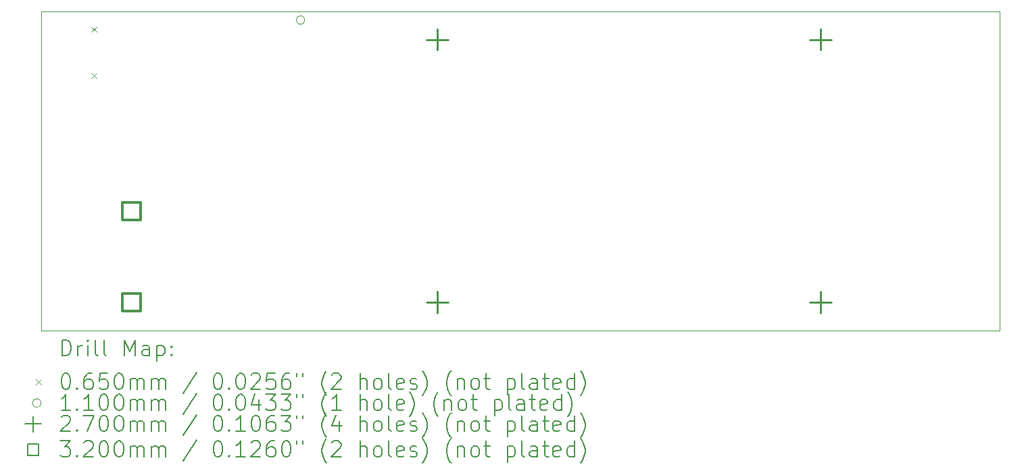
<source format=gbr>
%TF.GenerationSoftware,KiCad,Pcbnew,8.0.4*%
%TF.CreationDate,2024-11-24T10:16:45+11:00*%
%TF.ProjectId,cm4-bare-minimum,636d342d-6261-4726-952d-6d696e696d75,V0.1*%
%TF.SameCoordinates,Original*%
%TF.FileFunction,Drillmap*%
%TF.FilePolarity,Positive*%
%FSLAX45Y45*%
G04 Gerber Fmt 4.5, Leading zero omitted, Abs format (unit mm)*
G04 Created by KiCad (PCBNEW 8.0.4) date 2024-11-24 10:16:45*
%MOMM*%
%LPD*%
G01*
G04 APERTURE LIST*
%ADD10C,0.100000*%
%ADD11C,0.200000*%
%ADD12C,0.110000*%
%ADD13C,0.270000*%
%ADD14C,0.320000*%
G04 APERTURE END LIST*
D10*
X4000000Y-5000000D02*
X16000000Y-5000000D01*
X16000000Y-9000000D01*
X4000000Y-9000000D01*
X4000000Y-5000000D01*
D11*
D10*
X4625500Y-5188000D02*
X4690500Y-5253000D01*
X4690500Y-5188000D02*
X4625500Y-5253000D01*
X4625500Y-5766000D02*
X4690500Y-5831000D01*
X4690500Y-5766000D02*
X4625500Y-5831000D01*
D12*
X7298500Y-5104000D02*
G75*
G02*
X7188500Y-5104000I-55000J0D01*
G01*
X7188500Y-5104000D02*
G75*
G02*
X7298500Y-5104000I55000J0D01*
G01*
D13*
X8960000Y-5212500D02*
X8960000Y-5482500D01*
X8825000Y-5347500D02*
X9095000Y-5347500D01*
X8960000Y-8512500D02*
X8960000Y-8782500D01*
X8825000Y-8647500D02*
X9095000Y-8647500D01*
X13760000Y-5212500D02*
X13760000Y-5482500D01*
X13625000Y-5347500D02*
X13895000Y-5347500D01*
X13760000Y-8512500D02*
X13760000Y-8782500D01*
X13625000Y-8647500D02*
X13895000Y-8647500D01*
D14*
X5236888Y-7614138D02*
X5236888Y-7387862D01*
X5010612Y-7387862D01*
X5010612Y-7614138D01*
X5236888Y-7614138D01*
X5236888Y-8757138D02*
X5236888Y-8530862D01*
X5010612Y-8530862D01*
X5010612Y-8757138D01*
X5236888Y-8757138D01*
D11*
X4255777Y-9316484D02*
X4255777Y-9116484D01*
X4255777Y-9116484D02*
X4303396Y-9116484D01*
X4303396Y-9116484D02*
X4331967Y-9126008D01*
X4331967Y-9126008D02*
X4351015Y-9145055D01*
X4351015Y-9145055D02*
X4360539Y-9164103D01*
X4360539Y-9164103D02*
X4370063Y-9202198D01*
X4370063Y-9202198D02*
X4370063Y-9230770D01*
X4370063Y-9230770D02*
X4360539Y-9268865D01*
X4360539Y-9268865D02*
X4351015Y-9287912D01*
X4351015Y-9287912D02*
X4331967Y-9306960D01*
X4331967Y-9306960D02*
X4303396Y-9316484D01*
X4303396Y-9316484D02*
X4255777Y-9316484D01*
X4455777Y-9316484D02*
X4455777Y-9183150D01*
X4455777Y-9221246D02*
X4465301Y-9202198D01*
X4465301Y-9202198D02*
X4474824Y-9192674D01*
X4474824Y-9192674D02*
X4493872Y-9183150D01*
X4493872Y-9183150D02*
X4512920Y-9183150D01*
X4579586Y-9316484D02*
X4579586Y-9183150D01*
X4579586Y-9116484D02*
X4570063Y-9126008D01*
X4570063Y-9126008D02*
X4579586Y-9135531D01*
X4579586Y-9135531D02*
X4589110Y-9126008D01*
X4589110Y-9126008D02*
X4579586Y-9116484D01*
X4579586Y-9116484D02*
X4579586Y-9135531D01*
X4703396Y-9316484D02*
X4684348Y-9306960D01*
X4684348Y-9306960D02*
X4674824Y-9287912D01*
X4674824Y-9287912D02*
X4674824Y-9116484D01*
X4808158Y-9316484D02*
X4789110Y-9306960D01*
X4789110Y-9306960D02*
X4779586Y-9287912D01*
X4779586Y-9287912D02*
X4779586Y-9116484D01*
X5036729Y-9316484D02*
X5036729Y-9116484D01*
X5036729Y-9116484D02*
X5103396Y-9259341D01*
X5103396Y-9259341D02*
X5170063Y-9116484D01*
X5170063Y-9116484D02*
X5170063Y-9316484D01*
X5351015Y-9316484D02*
X5351015Y-9211722D01*
X5351015Y-9211722D02*
X5341491Y-9192674D01*
X5341491Y-9192674D02*
X5322444Y-9183150D01*
X5322444Y-9183150D02*
X5284348Y-9183150D01*
X5284348Y-9183150D02*
X5265301Y-9192674D01*
X5351015Y-9306960D02*
X5331967Y-9316484D01*
X5331967Y-9316484D02*
X5284348Y-9316484D01*
X5284348Y-9316484D02*
X5265301Y-9306960D01*
X5265301Y-9306960D02*
X5255777Y-9287912D01*
X5255777Y-9287912D02*
X5255777Y-9268865D01*
X5255777Y-9268865D02*
X5265301Y-9249817D01*
X5265301Y-9249817D02*
X5284348Y-9240293D01*
X5284348Y-9240293D02*
X5331967Y-9240293D01*
X5331967Y-9240293D02*
X5351015Y-9230770D01*
X5446253Y-9183150D02*
X5446253Y-9383150D01*
X5446253Y-9192674D02*
X5465301Y-9183150D01*
X5465301Y-9183150D02*
X5503396Y-9183150D01*
X5503396Y-9183150D02*
X5522444Y-9192674D01*
X5522444Y-9192674D02*
X5531967Y-9202198D01*
X5531967Y-9202198D02*
X5541491Y-9221246D01*
X5541491Y-9221246D02*
X5541491Y-9278389D01*
X5541491Y-9278389D02*
X5531967Y-9297436D01*
X5531967Y-9297436D02*
X5522444Y-9306960D01*
X5522444Y-9306960D02*
X5503396Y-9316484D01*
X5503396Y-9316484D02*
X5465301Y-9316484D01*
X5465301Y-9316484D02*
X5446253Y-9306960D01*
X5627205Y-9297436D02*
X5636729Y-9306960D01*
X5636729Y-9306960D02*
X5627205Y-9316484D01*
X5627205Y-9316484D02*
X5617682Y-9306960D01*
X5617682Y-9306960D02*
X5627205Y-9297436D01*
X5627205Y-9297436D02*
X5627205Y-9316484D01*
X5627205Y-9192674D02*
X5636729Y-9202198D01*
X5636729Y-9202198D02*
X5627205Y-9211722D01*
X5627205Y-9211722D02*
X5617682Y-9202198D01*
X5617682Y-9202198D02*
X5627205Y-9192674D01*
X5627205Y-9192674D02*
X5627205Y-9211722D01*
D10*
X3930000Y-9612500D02*
X3995000Y-9677500D01*
X3995000Y-9612500D02*
X3930000Y-9677500D01*
D11*
X4293872Y-9536484D02*
X4312920Y-9536484D01*
X4312920Y-9536484D02*
X4331967Y-9546008D01*
X4331967Y-9546008D02*
X4341491Y-9555531D01*
X4341491Y-9555531D02*
X4351015Y-9574579D01*
X4351015Y-9574579D02*
X4360539Y-9612674D01*
X4360539Y-9612674D02*
X4360539Y-9660293D01*
X4360539Y-9660293D02*
X4351015Y-9698389D01*
X4351015Y-9698389D02*
X4341491Y-9717436D01*
X4341491Y-9717436D02*
X4331967Y-9726960D01*
X4331967Y-9726960D02*
X4312920Y-9736484D01*
X4312920Y-9736484D02*
X4293872Y-9736484D01*
X4293872Y-9736484D02*
X4274824Y-9726960D01*
X4274824Y-9726960D02*
X4265301Y-9717436D01*
X4265301Y-9717436D02*
X4255777Y-9698389D01*
X4255777Y-9698389D02*
X4246253Y-9660293D01*
X4246253Y-9660293D02*
X4246253Y-9612674D01*
X4246253Y-9612674D02*
X4255777Y-9574579D01*
X4255777Y-9574579D02*
X4265301Y-9555531D01*
X4265301Y-9555531D02*
X4274824Y-9546008D01*
X4274824Y-9546008D02*
X4293872Y-9536484D01*
X4446253Y-9717436D02*
X4455777Y-9726960D01*
X4455777Y-9726960D02*
X4446253Y-9736484D01*
X4446253Y-9736484D02*
X4436729Y-9726960D01*
X4436729Y-9726960D02*
X4446253Y-9717436D01*
X4446253Y-9717436D02*
X4446253Y-9736484D01*
X4627205Y-9536484D02*
X4589110Y-9536484D01*
X4589110Y-9536484D02*
X4570063Y-9546008D01*
X4570063Y-9546008D02*
X4560539Y-9555531D01*
X4560539Y-9555531D02*
X4541491Y-9584103D01*
X4541491Y-9584103D02*
X4531967Y-9622198D01*
X4531967Y-9622198D02*
X4531967Y-9698389D01*
X4531967Y-9698389D02*
X4541491Y-9717436D01*
X4541491Y-9717436D02*
X4551015Y-9726960D01*
X4551015Y-9726960D02*
X4570063Y-9736484D01*
X4570063Y-9736484D02*
X4608158Y-9736484D01*
X4608158Y-9736484D02*
X4627205Y-9726960D01*
X4627205Y-9726960D02*
X4636729Y-9717436D01*
X4636729Y-9717436D02*
X4646253Y-9698389D01*
X4646253Y-9698389D02*
X4646253Y-9650770D01*
X4646253Y-9650770D02*
X4636729Y-9631722D01*
X4636729Y-9631722D02*
X4627205Y-9622198D01*
X4627205Y-9622198D02*
X4608158Y-9612674D01*
X4608158Y-9612674D02*
X4570063Y-9612674D01*
X4570063Y-9612674D02*
X4551015Y-9622198D01*
X4551015Y-9622198D02*
X4541491Y-9631722D01*
X4541491Y-9631722D02*
X4531967Y-9650770D01*
X4827205Y-9536484D02*
X4731967Y-9536484D01*
X4731967Y-9536484D02*
X4722444Y-9631722D01*
X4722444Y-9631722D02*
X4731967Y-9622198D01*
X4731967Y-9622198D02*
X4751015Y-9612674D01*
X4751015Y-9612674D02*
X4798634Y-9612674D01*
X4798634Y-9612674D02*
X4817682Y-9622198D01*
X4817682Y-9622198D02*
X4827205Y-9631722D01*
X4827205Y-9631722D02*
X4836729Y-9650770D01*
X4836729Y-9650770D02*
X4836729Y-9698389D01*
X4836729Y-9698389D02*
X4827205Y-9717436D01*
X4827205Y-9717436D02*
X4817682Y-9726960D01*
X4817682Y-9726960D02*
X4798634Y-9736484D01*
X4798634Y-9736484D02*
X4751015Y-9736484D01*
X4751015Y-9736484D02*
X4731967Y-9726960D01*
X4731967Y-9726960D02*
X4722444Y-9717436D01*
X4960539Y-9536484D02*
X4979586Y-9536484D01*
X4979586Y-9536484D02*
X4998634Y-9546008D01*
X4998634Y-9546008D02*
X5008158Y-9555531D01*
X5008158Y-9555531D02*
X5017682Y-9574579D01*
X5017682Y-9574579D02*
X5027205Y-9612674D01*
X5027205Y-9612674D02*
X5027205Y-9660293D01*
X5027205Y-9660293D02*
X5017682Y-9698389D01*
X5017682Y-9698389D02*
X5008158Y-9717436D01*
X5008158Y-9717436D02*
X4998634Y-9726960D01*
X4998634Y-9726960D02*
X4979586Y-9736484D01*
X4979586Y-9736484D02*
X4960539Y-9736484D01*
X4960539Y-9736484D02*
X4941491Y-9726960D01*
X4941491Y-9726960D02*
X4931967Y-9717436D01*
X4931967Y-9717436D02*
X4922444Y-9698389D01*
X4922444Y-9698389D02*
X4912920Y-9660293D01*
X4912920Y-9660293D02*
X4912920Y-9612674D01*
X4912920Y-9612674D02*
X4922444Y-9574579D01*
X4922444Y-9574579D02*
X4931967Y-9555531D01*
X4931967Y-9555531D02*
X4941491Y-9546008D01*
X4941491Y-9546008D02*
X4960539Y-9536484D01*
X5112920Y-9736484D02*
X5112920Y-9603150D01*
X5112920Y-9622198D02*
X5122444Y-9612674D01*
X5122444Y-9612674D02*
X5141491Y-9603150D01*
X5141491Y-9603150D02*
X5170063Y-9603150D01*
X5170063Y-9603150D02*
X5189110Y-9612674D01*
X5189110Y-9612674D02*
X5198634Y-9631722D01*
X5198634Y-9631722D02*
X5198634Y-9736484D01*
X5198634Y-9631722D02*
X5208158Y-9612674D01*
X5208158Y-9612674D02*
X5227205Y-9603150D01*
X5227205Y-9603150D02*
X5255777Y-9603150D01*
X5255777Y-9603150D02*
X5274825Y-9612674D01*
X5274825Y-9612674D02*
X5284348Y-9631722D01*
X5284348Y-9631722D02*
X5284348Y-9736484D01*
X5379586Y-9736484D02*
X5379586Y-9603150D01*
X5379586Y-9622198D02*
X5389110Y-9612674D01*
X5389110Y-9612674D02*
X5408158Y-9603150D01*
X5408158Y-9603150D02*
X5436729Y-9603150D01*
X5436729Y-9603150D02*
X5455777Y-9612674D01*
X5455777Y-9612674D02*
X5465301Y-9631722D01*
X5465301Y-9631722D02*
X5465301Y-9736484D01*
X5465301Y-9631722D02*
X5474825Y-9612674D01*
X5474825Y-9612674D02*
X5493872Y-9603150D01*
X5493872Y-9603150D02*
X5522444Y-9603150D01*
X5522444Y-9603150D02*
X5541491Y-9612674D01*
X5541491Y-9612674D02*
X5551015Y-9631722D01*
X5551015Y-9631722D02*
X5551015Y-9736484D01*
X5941491Y-9526960D02*
X5770063Y-9784103D01*
X6198634Y-9536484D02*
X6217682Y-9536484D01*
X6217682Y-9536484D02*
X6236729Y-9546008D01*
X6236729Y-9546008D02*
X6246253Y-9555531D01*
X6246253Y-9555531D02*
X6255777Y-9574579D01*
X6255777Y-9574579D02*
X6265301Y-9612674D01*
X6265301Y-9612674D02*
X6265301Y-9660293D01*
X6265301Y-9660293D02*
X6255777Y-9698389D01*
X6255777Y-9698389D02*
X6246253Y-9717436D01*
X6246253Y-9717436D02*
X6236729Y-9726960D01*
X6236729Y-9726960D02*
X6217682Y-9736484D01*
X6217682Y-9736484D02*
X6198634Y-9736484D01*
X6198634Y-9736484D02*
X6179586Y-9726960D01*
X6179586Y-9726960D02*
X6170063Y-9717436D01*
X6170063Y-9717436D02*
X6160539Y-9698389D01*
X6160539Y-9698389D02*
X6151015Y-9660293D01*
X6151015Y-9660293D02*
X6151015Y-9612674D01*
X6151015Y-9612674D02*
X6160539Y-9574579D01*
X6160539Y-9574579D02*
X6170063Y-9555531D01*
X6170063Y-9555531D02*
X6179586Y-9546008D01*
X6179586Y-9546008D02*
X6198634Y-9536484D01*
X6351015Y-9717436D02*
X6360539Y-9726960D01*
X6360539Y-9726960D02*
X6351015Y-9736484D01*
X6351015Y-9736484D02*
X6341491Y-9726960D01*
X6341491Y-9726960D02*
X6351015Y-9717436D01*
X6351015Y-9717436D02*
X6351015Y-9736484D01*
X6484348Y-9536484D02*
X6503396Y-9536484D01*
X6503396Y-9536484D02*
X6522444Y-9546008D01*
X6522444Y-9546008D02*
X6531967Y-9555531D01*
X6531967Y-9555531D02*
X6541491Y-9574579D01*
X6541491Y-9574579D02*
X6551015Y-9612674D01*
X6551015Y-9612674D02*
X6551015Y-9660293D01*
X6551015Y-9660293D02*
X6541491Y-9698389D01*
X6541491Y-9698389D02*
X6531967Y-9717436D01*
X6531967Y-9717436D02*
X6522444Y-9726960D01*
X6522444Y-9726960D02*
X6503396Y-9736484D01*
X6503396Y-9736484D02*
X6484348Y-9736484D01*
X6484348Y-9736484D02*
X6465301Y-9726960D01*
X6465301Y-9726960D02*
X6455777Y-9717436D01*
X6455777Y-9717436D02*
X6446253Y-9698389D01*
X6446253Y-9698389D02*
X6436729Y-9660293D01*
X6436729Y-9660293D02*
X6436729Y-9612674D01*
X6436729Y-9612674D02*
X6446253Y-9574579D01*
X6446253Y-9574579D02*
X6455777Y-9555531D01*
X6455777Y-9555531D02*
X6465301Y-9546008D01*
X6465301Y-9546008D02*
X6484348Y-9536484D01*
X6627206Y-9555531D02*
X6636729Y-9546008D01*
X6636729Y-9546008D02*
X6655777Y-9536484D01*
X6655777Y-9536484D02*
X6703396Y-9536484D01*
X6703396Y-9536484D02*
X6722444Y-9546008D01*
X6722444Y-9546008D02*
X6731967Y-9555531D01*
X6731967Y-9555531D02*
X6741491Y-9574579D01*
X6741491Y-9574579D02*
X6741491Y-9593627D01*
X6741491Y-9593627D02*
X6731967Y-9622198D01*
X6731967Y-9622198D02*
X6617682Y-9736484D01*
X6617682Y-9736484D02*
X6741491Y-9736484D01*
X6922444Y-9536484D02*
X6827206Y-9536484D01*
X6827206Y-9536484D02*
X6817682Y-9631722D01*
X6817682Y-9631722D02*
X6827206Y-9622198D01*
X6827206Y-9622198D02*
X6846253Y-9612674D01*
X6846253Y-9612674D02*
X6893872Y-9612674D01*
X6893872Y-9612674D02*
X6912920Y-9622198D01*
X6912920Y-9622198D02*
X6922444Y-9631722D01*
X6922444Y-9631722D02*
X6931967Y-9650770D01*
X6931967Y-9650770D02*
X6931967Y-9698389D01*
X6931967Y-9698389D02*
X6922444Y-9717436D01*
X6922444Y-9717436D02*
X6912920Y-9726960D01*
X6912920Y-9726960D02*
X6893872Y-9736484D01*
X6893872Y-9736484D02*
X6846253Y-9736484D01*
X6846253Y-9736484D02*
X6827206Y-9726960D01*
X6827206Y-9726960D02*
X6817682Y-9717436D01*
X7103396Y-9536484D02*
X7065301Y-9536484D01*
X7065301Y-9536484D02*
X7046253Y-9546008D01*
X7046253Y-9546008D02*
X7036729Y-9555531D01*
X7036729Y-9555531D02*
X7017682Y-9584103D01*
X7017682Y-9584103D02*
X7008158Y-9622198D01*
X7008158Y-9622198D02*
X7008158Y-9698389D01*
X7008158Y-9698389D02*
X7017682Y-9717436D01*
X7017682Y-9717436D02*
X7027206Y-9726960D01*
X7027206Y-9726960D02*
X7046253Y-9736484D01*
X7046253Y-9736484D02*
X7084348Y-9736484D01*
X7084348Y-9736484D02*
X7103396Y-9726960D01*
X7103396Y-9726960D02*
X7112920Y-9717436D01*
X7112920Y-9717436D02*
X7122444Y-9698389D01*
X7122444Y-9698389D02*
X7122444Y-9650770D01*
X7122444Y-9650770D02*
X7112920Y-9631722D01*
X7112920Y-9631722D02*
X7103396Y-9622198D01*
X7103396Y-9622198D02*
X7084348Y-9612674D01*
X7084348Y-9612674D02*
X7046253Y-9612674D01*
X7046253Y-9612674D02*
X7027206Y-9622198D01*
X7027206Y-9622198D02*
X7017682Y-9631722D01*
X7017682Y-9631722D02*
X7008158Y-9650770D01*
X7198634Y-9536484D02*
X7198634Y-9574579D01*
X7274825Y-9536484D02*
X7274825Y-9574579D01*
X7570063Y-9812674D02*
X7560539Y-9803150D01*
X7560539Y-9803150D02*
X7541491Y-9774579D01*
X7541491Y-9774579D02*
X7531968Y-9755531D01*
X7531968Y-9755531D02*
X7522444Y-9726960D01*
X7522444Y-9726960D02*
X7512920Y-9679341D01*
X7512920Y-9679341D02*
X7512920Y-9641246D01*
X7512920Y-9641246D02*
X7522444Y-9593627D01*
X7522444Y-9593627D02*
X7531968Y-9565055D01*
X7531968Y-9565055D02*
X7541491Y-9546008D01*
X7541491Y-9546008D02*
X7560539Y-9517436D01*
X7560539Y-9517436D02*
X7570063Y-9507912D01*
X7636729Y-9555531D02*
X7646253Y-9546008D01*
X7646253Y-9546008D02*
X7665301Y-9536484D01*
X7665301Y-9536484D02*
X7712920Y-9536484D01*
X7712920Y-9536484D02*
X7731968Y-9546008D01*
X7731968Y-9546008D02*
X7741491Y-9555531D01*
X7741491Y-9555531D02*
X7751015Y-9574579D01*
X7751015Y-9574579D02*
X7751015Y-9593627D01*
X7751015Y-9593627D02*
X7741491Y-9622198D01*
X7741491Y-9622198D02*
X7627206Y-9736484D01*
X7627206Y-9736484D02*
X7751015Y-9736484D01*
X7989110Y-9736484D02*
X7989110Y-9536484D01*
X8074825Y-9736484D02*
X8074825Y-9631722D01*
X8074825Y-9631722D02*
X8065301Y-9612674D01*
X8065301Y-9612674D02*
X8046253Y-9603150D01*
X8046253Y-9603150D02*
X8017682Y-9603150D01*
X8017682Y-9603150D02*
X7998634Y-9612674D01*
X7998634Y-9612674D02*
X7989110Y-9622198D01*
X8198634Y-9736484D02*
X8179587Y-9726960D01*
X8179587Y-9726960D02*
X8170063Y-9717436D01*
X8170063Y-9717436D02*
X8160539Y-9698389D01*
X8160539Y-9698389D02*
X8160539Y-9641246D01*
X8160539Y-9641246D02*
X8170063Y-9622198D01*
X8170063Y-9622198D02*
X8179587Y-9612674D01*
X8179587Y-9612674D02*
X8198634Y-9603150D01*
X8198634Y-9603150D02*
X8227206Y-9603150D01*
X8227206Y-9603150D02*
X8246253Y-9612674D01*
X8246253Y-9612674D02*
X8255777Y-9622198D01*
X8255777Y-9622198D02*
X8265301Y-9641246D01*
X8265301Y-9641246D02*
X8265301Y-9698389D01*
X8265301Y-9698389D02*
X8255777Y-9717436D01*
X8255777Y-9717436D02*
X8246253Y-9726960D01*
X8246253Y-9726960D02*
X8227206Y-9736484D01*
X8227206Y-9736484D02*
X8198634Y-9736484D01*
X8379587Y-9736484D02*
X8360539Y-9726960D01*
X8360539Y-9726960D02*
X8351015Y-9707912D01*
X8351015Y-9707912D02*
X8351015Y-9536484D01*
X8531968Y-9726960D02*
X8512920Y-9736484D01*
X8512920Y-9736484D02*
X8474825Y-9736484D01*
X8474825Y-9736484D02*
X8455777Y-9726960D01*
X8455777Y-9726960D02*
X8446253Y-9707912D01*
X8446253Y-9707912D02*
X8446253Y-9631722D01*
X8446253Y-9631722D02*
X8455777Y-9612674D01*
X8455777Y-9612674D02*
X8474825Y-9603150D01*
X8474825Y-9603150D02*
X8512920Y-9603150D01*
X8512920Y-9603150D02*
X8531968Y-9612674D01*
X8531968Y-9612674D02*
X8541492Y-9631722D01*
X8541492Y-9631722D02*
X8541492Y-9650770D01*
X8541492Y-9650770D02*
X8446253Y-9669817D01*
X8617682Y-9726960D02*
X8636730Y-9736484D01*
X8636730Y-9736484D02*
X8674825Y-9736484D01*
X8674825Y-9736484D02*
X8693873Y-9726960D01*
X8693873Y-9726960D02*
X8703396Y-9707912D01*
X8703396Y-9707912D02*
X8703396Y-9698389D01*
X8703396Y-9698389D02*
X8693873Y-9679341D01*
X8693873Y-9679341D02*
X8674825Y-9669817D01*
X8674825Y-9669817D02*
X8646253Y-9669817D01*
X8646253Y-9669817D02*
X8627206Y-9660293D01*
X8627206Y-9660293D02*
X8617682Y-9641246D01*
X8617682Y-9641246D02*
X8617682Y-9631722D01*
X8617682Y-9631722D02*
X8627206Y-9612674D01*
X8627206Y-9612674D02*
X8646253Y-9603150D01*
X8646253Y-9603150D02*
X8674825Y-9603150D01*
X8674825Y-9603150D02*
X8693873Y-9612674D01*
X8770063Y-9812674D02*
X8779587Y-9803150D01*
X8779587Y-9803150D02*
X8798634Y-9774579D01*
X8798634Y-9774579D02*
X8808158Y-9755531D01*
X8808158Y-9755531D02*
X8817682Y-9726960D01*
X8817682Y-9726960D02*
X8827206Y-9679341D01*
X8827206Y-9679341D02*
X8827206Y-9641246D01*
X8827206Y-9641246D02*
X8817682Y-9593627D01*
X8817682Y-9593627D02*
X8808158Y-9565055D01*
X8808158Y-9565055D02*
X8798634Y-9546008D01*
X8798634Y-9546008D02*
X8779587Y-9517436D01*
X8779587Y-9517436D02*
X8770063Y-9507912D01*
X9131968Y-9812674D02*
X9122444Y-9803150D01*
X9122444Y-9803150D02*
X9103396Y-9774579D01*
X9103396Y-9774579D02*
X9093873Y-9755531D01*
X9093873Y-9755531D02*
X9084349Y-9726960D01*
X9084349Y-9726960D02*
X9074825Y-9679341D01*
X9074825Y-9679341D02*
X9074825Y-9641246D01*
X9074825Y-9641246D02*
X9084349Y-9593627D01*
X9084349Y-9593627D02*
X9093873Y-9565055D01*
X9093873Y-9565055D02*
X9103396Y-9546008D01*
X9103396Y-9546008D02*
X9122444Y-9517436D01*
X9122444Y-9517436D02*
X9131968Y-9507912D01*
X9208158Y-9603150D02*
X9208158Y-9736484D01*
X9208158Y-9622198D02*
X9217682Y-9612674D01*
X9217682Y-9612674D02*
X9236730Y-9603150D01*
X9236730Y-9603150D02*
X9265301Y-9603150D01*
X9265301Y-9603150D02*
X9284349Y-9612674D01*
X9284349Y-9612674D02*
X9293873Y-9631722D01*
X9293873Y-9631722D02*
X9293873Y-9736484D01*
X9417682Y-9736484D02*
X9398634Y-9726960D01*
X9398634Y-9726960D02*
X9389111Y-9717436D01*
X9389111Y-9717436D02*
X9379587Y-9698389D01*
X9379587Y-9698389D02*
X9379587Y-9641246D01*
X9379587Y-9641246D02*
X9389111Y-9622198D01*
X9389111Y-9622198D02*
X9398634Y-9612674D01*
X9398634Y-9612674D02*
X9417682Y-9603150D01*
X9417682Y-9603150D02*
X9446254Y-9603150D01*
X9446254Y-9603150D02*
X9465301Y-9612674D01*
X9465301Y-9612674D02*
X9474825Y-9622198D01*
X9474825Y-9622198D02*
X9484349Y-9641246D01*
X9484349Y-9641246D02*
X9484349Y-9698389D01*
X9484349Y-9698389D02*
X9474825Y-9717436D01*
X9474825Y-9717436D02*
X9465301Y-9726960D01*
X9465301Y-9726960D02*
X9446254Y-9736484D01*
X9446254Y-9736484D02*
X9417682Y-9736484D01*
X9541492Y-9603150D02*
X9617682Y-9603150D01*
X9570063Y-9536484D02*
X9570063Y-9707912D01*
X9570063Y-9707912D02*
X9579587Y-9726960D01*
X9579587Y-9726960D02*
X9598634Y-9736484D01*
X9598634Y-9736484D02*
X9617682Y-9736484D01*
X9836730Y-9603150D02*
X9836730Y-9803150D01*
X9836730Y-9612674D02*
X9855777Y-9603150D01*
X9855777Y-9603150D02*
X9893873Y-9603150D01*
X9893873Y-9603150D02*
X9912920Y-9612674D01*
X9912920Y-9612674D02*
X9922444Y-9622198D01*
X9922444Y-9622198D02*
X9931968Y-9641246D01*
X9931968Y-9641246D02*
X9931968Y-9698389D01*
X9931968Y-9698389D02*
X9922444Y-9717436D01*
X9922444Y-9717436D02*
X9912920Y-9726960D01*
X9912920Y-9726960D02*
X9893873Y-9736484D01*
X9893873Y-9736484D02*
X9855777Y-9736484D01*
X9855777Y-9736484D02*
X9836730Y-9726960D01*
X10046254Y-9736484D02*
X10027206Y-9726960D01*
X10027206Y-9726960D02*
X10017682Y-9707912D01*
X10017682Y-9707912D02*
X10017682Y-9536484D01*
X10208158Y-9736484D02*
X10208158Y-9631722D01*
X10208158Y-9631722D02*
X10198635Y-9612674D01*
X10198635Y-9612674D02*
X10179587Y-9603150D01*
X10179587Y-9603150D02*
X10141492Y-9603150D01*
X10141492Y-9603150D02*
X10122444Y-9612674D01*
X10208158Y-9726960D02*
X10189111Y-9736484D01*
X10189111Y-9736484D02*
X10141492Y-9736484D01*
X10141492Y-9736484D02*
X10122444Y-9726960D01*
X10122444Y-9726960D02*
X10112920Y-9707912D01*
X10112920Y-9707912D02*
X10112920Y-9688865D01*
X10112920Y-9688865D02*
X10122444Y-9669817D01*
X10122444Y-9669817D02*
X10141492Y-9660293D01*
X10141492Y-9660293D02*
X10189111Y-9660293D01*
X10189111Y-9660293D02*
X10208158Y-9650770D01*
X10274825Y-9603150D02*
X10351015Y-9603150D01*
X10303396Y-9536484D02*
X10303396Y-9707912D01*
X10303396Y-9707912D02*
X10312920Y-9726960D01*
X10312920Y-9726960D02*
X10331968Y-9736484D01*
X10331968Y-9736484D02*
X10351015Y-9736484D01*
X10493873Y-9726960D02*
X10474825Y-9736484D01*
X10474825Y-9736484D02*
X10436730Y-9736484D01*
X10436730Y-9736484D02*
X10417682Y-9726960D01*
X10417682Y-9726960D02*
X10408158Y-9707912D01*
X10408158Y-9707912D02*
X10408158Y-9631722D01*
X10408158Y-9631722D02*
X10417682Y-9612674D01*
X10417682Y-9612674D02*
X10436730Y-9603150D01*
X10436730Y-9603150D02*
X10474825Y-9603150D01*
X10474825Y-9603150D02*
X10493873Y-9612674D01*
X10493873Y-9612674D02*
X10503396Y-9631722D01*
X10503396Y-9631722D02*
X10503396Y-9650770D01*
X10503396Y-9650770D02*
X10408158Y-9669817D01*
X10674825Y-9736484D02*
X10674825Y-9536484D01*
X10674825Y-9726960D02*
X10655777Y-9736484D01*
X10655777Y-9736484D02*
X10617682Y-9736484D01*
X10617682Y-9736484D02*
X10598635Y-9726960D01*
X10598635Y-9726960D02*
X10589111Y-9717436D01*
X10589111Y-9717436D02*
X10579587Y-9698389D01*
X10579587Y-9698389D02*
X10579587Y-9641246D01*
X10579587Y-9641246D02*
X10589111Y-9622198D01*
X10589111Y-9622198D02*
X10598635Y-9612674D01*
X10598635Y-9612674D02*
X10617682Y-9603150D01*
X10617682Y-9603150D02*
X10655777Y-9603150D01*
X10655777Y-9603150D02*
X10674825Y-9612674D01*
X10751016Y-9812674D02*
X10760539Y-9803150D01*
X10760539Y-9803150D02*
X10779587Y-9774579D01*
X10779587Y-9774579D02*
X10789111Y-9755531D01*
X10789111Y-9755531D02*
X10798635Y-9726960D01*
X10798635Y-9726960D02*
X10808158Y-9679341D01*
X10808158Y-9679341D02*
X10808158Y-9641246D01*
X10808158Y-9641246D02*
X10798635Y-9593627D01*
X10798635Y-9593627D02*
X10789111Y-9565055D01*
X10789111Y-9565055D02*
X10779587Y-9546008D01*
X10779587Y-9546008D02*
X10760539Y-9517436D01*
X10760539Y-9517436D02*
X10751016Y-9507912D01*
D12*
X3995000Y-9909000D02*
G75*
G02*
X3885000Y-9909000I-55000J0D01*
G01*
X3885000Y-9909000D02*
G75*
G02*
X3995000Y-9909000I55000J0D01*
G01*
D11*
X4360539Y-10000484D02*
X4246253Y-10000484D01*
X4303396Y-10000484D02*
X4303396Y-9800484D01*
X4303396Y-9800484D02*
X4284348Y-9829055D01*
X4284348Y-9829055D02*
X4265301Y-9848103D01*
X4265301Y-9848103D02*
X4246253Y-9857627D01*
X4446253Y-9981436D02*
X4455777Y-9990960D01*
X4455777Y-9990960D02*
X4446253Y-10000484D01*
X4446253Y-10000484D02*
X4436729Y-9990960D01*
X4436729Y-9990960D02*
X4446253Y-9981436D01*
X4446253Y-9981436D02*
X4446253Y-10000484D01*
X4646253Y-10000484D02*
X4531967Y-10000484D01*
X4589110Y-10000484D02*
X4589110Y-9800484D01*
X4589110Y-9800484D02*
X4570063Y-9829055D01*
X4570063Y-9829055D02*
X4551015Y-9848103D01*
X4551015Y-9848103D02*
X4531967Y-9857627D01*
X4770063Y-9800484D02*
X4789110Y-9800484D01*
X4789110Y-9800484D02*
X4808158Y-9810008D01*
X4808158Y-9810008D02*
X4817682Y-9819531D01*
X4817682Y-9819531D02*
X4827205Y-9838579D01*
X4827205Y-9838579D02*
X4836729Y-9876674D01*
X4836729Y-9876674D02*
X4836729Y-9924293D01*
X4836729Y-9924293D02*
X4827205Y-9962389D01*
X4827205Y-9962389D02*
X4817682Y-9981436D01*
X4817682Y-9981436D02*
X4808158Y-9990960D01*
X4808158Y-9990960D02*
X4789110Y-10000484D01*
X4789110Y-10000484D02*
X4770063Y-10000484D01*
X4770063Y-10000484D02*
X4751015Y-9990960D01*
X4751015Y-9990960D02*
X4741491Y-9981436D01*
X4741491Y-9981436D02*
X4731967Y-9962389D01*
X4731967Y-9962389D02*
X4722444Y-9924293D01*
X4722444Y-9924293D02*
X4722444Y-9876674D01*
X4722444Y-9876674D02*
X4731967Y-9838579D01*
X4731967Y-9838579D02*
X4741491Y-9819531D01*
X4741491Y-9819531D02*
X4751015Y-9810008D01*
X4751015Y-9810008D02*
X4770063Y-9800484D01*
X4960539Y-9800484D02*
X4979586Y-9800484D01*
X4979586Y-9800484D02*
X4998634Y-9810008D01*
X4998634Y-9810008D02*
X5008158Y-9819531D01*
X5008158Y-9819531D02*
X5017682Y-9838579D01*
X5017682Y-9838579D02*
X5027205Y-9876674D01*
X5027205Y-9876674D02*
X5027205Y-9924293D01*
X5027205Y-9924293D02*
X5017682Y-9962389D01*
X5017682Y-9962389D02*
X5008158Y-9981436D01*
X5008158Y-9981436D02*
X4998634Y-9990960D01*
X4998634Y-9990960D02*
X4979586Y-10000484D01*
X4979586Y-10000484D02*
X4960539Y-10000484D01*
X4960539Y-10000484D02*
X4941491Y-9990960D01*
X4941491Y-9990960D02*
X4931967Y-9981436D01*
X4931967Y-9981436D02*
X4922444Y-9962389D01*
X4922444Y-9962389D02*
X4912920Y-9924293D01*
X4912920Y-9924293D02*
X4912920Y-9876674D01*
X4912920Y-9876674D02*
X4922444Y-9838579D01*
X4922444Y-9838579D02*
X4931967Y-9819531D01*
X4931967Y-9819531D02*
X4941491Y-9810008D01*
X4941491Y-9810008D02*
X4960539Y-9800484D01*
X5112920Y-10000484D02*
X5112920Y-9867150D01*
X5112920Y-9886198D02*
X5122444Y-9876674D01*
X5122444Y-9876674D02*
X5141491Y-9867150D01*
X5141491Y-9867150D02*
X5170063Y-9867150D01*
X5170063Y-9867150D02*
X5189110Y-9876674D01*
X5189110Y-9876674D02*
X5198634Y-9895722D01*
X5198634Y-9895722D02*
X5198634Y-10000484D01*
X5198634Y-9895722D02*
X5208158Y-9876674D01*
X5208158Y-9876674D02*
X5227205Y-9867150D01*
X5227205Y-9867150D02*
X5255777Y-9867150D01*
X5255777Y-9867150D02*
X5274825Y-9876674D01*
X5274825Y-9876674D02*
X5284348Y-9895722D01*
X5284348Y-9895722D02*
X5284348Y-10000484D01*
X5379586Y-10000484D02*
X5379586Y-9867150D01*
X5379586Y-9886198D02*
X5389110Y-9876674D01*
X5389110Y-9876674D02*
X5408158Y-9867150D01*
X5408158Y-9867150D02*
X5436729Y-9867150D01*
X5436729Y-9867150D02*
X5455777Y-9876674D01*
X5455777Y-9876674D02*
X5465301Y-9895722D01*
X5465301Y-9895722D02*
X5465301Y-10000484D01*
X5465301Y-9895722D02*
X5474825Y-9876674D01*
X5474825Y-9876674D02*
X5493872Y-9867150D01*
X5493872Y-9867150D02*
X5522444Y-9867150D01*
X5522444Y-9867150D02*
X5541491Y-9876674D01*
X5541491Y-9876674D02*
X5551015Y-9895722D01*
X5551015Y-9895722D02*
X5551015Y-10000484D01*
X5941491Y-9790960D02*
X5770063Y-10048103D01*
X6198634Y-9800484D02*
X6217682Y-9800484D01*
X6217682Y-9800484D02*
X6236729Y-9810008D01*
X6236729Y-9810008D02*
X6246253Y-9819531D01*
X6246253Y-9819531D02*
X6255777Y-9838579D01*
X6255777Y-9838579D02*
X6265301Y-9876674D01*
X6265301Y-9876674D02*
X6265301Y-9924293D01*
X6265301Y-9924293D02*
X6255777Y-9962389D01*
X6255777Y-9962389D02*
X6246253Y-9981436D01*
X6246253Y-9981436D02*
X6236729Y-9990960D01*
X6236729Y-9990960D02*
X6217682Y-10000484D01*
X6217682Y-10000484D02*
X6198634Y-10000484D01*
X6198634Y-10000484D02*
X6179586Y-9990960D01*
X6179586Y-9990960D02*
X6170063Y-9981436D01*
X6170063Y-9981436D02*
X6160539Y-9962389D01*
X6160539Y-9962389D02*
X6151015Y-9924293D01*
X6151015Y-9924293D02*
X6151015Y-9876674D01*
X6151015Y-9876674D02*
X6160539Y-9838579D01*
X6160539Y-9838579D02*
X6170063Y-9819531D01*
X6170063Y-9819531D02*
X6179586Y-9810008D01*
X6179586Y-9810008D02*
X6198634Y-9800484D01*
X6351015Y-9981436D02*
X6360539Y-9990960D01*
X6360539Y-9990960D02*
X6351015Y-10000484D01*
X6351015Y-10000484D02*
X6341491Y-9990960D01*
X6341491Y-9990960D02*
X6351015Y-9981436D01*
X6351015Y-9981436D02*
X6351015Y-10000484D01*
X6484348Y-9800484D02*
X6503396Y-9800484D01*
X6503396Y-9800484D02*
X6522444Y-9810008D01*
X6522444Y-9810008D02*
X6531967Y-9819531D01*
X6531967Y-9819531D02*
X6541491Y-9838579D01*
X6541491Y-9838579D02*
X6551015Y-9876674D01*
X6551015Y-9876674D02*
X6551015Y-9924293D01*
X6551015Y-9924293D02*
X6541491Y-9962389D01*
X6541491Y-9962389D02*
X6531967Y-9981436D01*
X6531967Y-9981436D02*
X6522444Y-9990960D01*
X6522444Y-9990960D02*
X6503396Y-10000484D01*
X6503396Y-10000484D02*
X6484348Y-10000484D01*
X6484348Y-10000484D02*
X6465301Y-9990960D01*
X6465301Y-9990960D02*
X6455777Y-9981436D01*
X6455777Y-9981436D02*
X6446253Y-9962389D01*
X6446253Y-9962389D02*
X6436729Y-9924293D01*
X6436729Y-9924293D02*
X6436729Y-9876674D01*
X6436729Y-9876674D02*
X6446253Y-9838579D01*
X6446253Y-9838579D02*
X6455777Y-9819531D01*
X6455777Y-9819531D02*
X6465301Y-9810008D01*
X6465301Y-9810008D02*
X6484348Y-9800484D01*
X6722444Y-9867150D02*
X6722444Y-10000484D01*
X6674825Y-9790960D02*
X6627206Y-9933817D01*
X6627206Y-9933817D02*
X6751015Y-9933817D01*
X6808158Y-9800484D02*
X6931967Y-9800484D01*
X6931967Y-9800484D02*
X6865301Y-9876674D01*
X6865301Y-9876674D02*
X6893872Y-9876674D01*
X6893872Y-9876674D02*
X6912920Y-9886198D01*
X6912920Y-9886198D02*
X6922444Y-9895722D01*
X6922444Y-9895722D02*
X6931967Y-9914770D01*
X6931967Y-9914770D02*
X6931967Y-9962389D01*
X6931967Y-9962389D02*
X6922444Y-9981436D01*
X6922444Y-9981436D02*
X6912920Y-9990960D01*
X6912920Y-9990960D02*
X6893872Y-10000484D01*
X6893872Y-10000484D02*
X6836729Y-10000484D01*
X6836729Y-10000484D02*
X6817682Y-9990960D01*
X6817682Y-9990960D02*
X6808158Y-9981436D01*
X6998634Y-9800484D02*
X7122444Y-9800484D01*
X7122444Y-9800484D02*
X7055777Y-9876674D01*
X7055777Y-9876674D02*
X7084348Y-9876674D01*
X7084348Y-9876674D02*
X7103396Y-9886198D01*
X7103396Y-9886198D02*
X7112920Y-9895722D01*
X7112920Y-9895722D02*
X7122444Y-9914770D01*
X7122444Y-9914770D02*
X7122444Y-9962389D01*
X7122444Y-9962389D02*
X7112920Y-9981436D01*
X7112920Y-9981436D02*
X7103396Y-9990960D01*
X7103396Y-9990960D02*
X7084348Y-10000484D01*
X7084348Y-10000484D02*
X7027206Y-10000484D01*
X7027206Y-10000484D02*
X7008158Y-9990960D01*
X7008158Y-9990960D02*
X6998634Y-9981436D01*
X7198634Y-9800484D02*
X7198634Y-9838579D01*
X7274825Y-9800484D02*
X7274825Y-9838579D01*
X7570063Y-10076674D02*
X7560539Y-10067150D01*
X7560539Y-10067150D02*
X7541491Y-10038579D01*
X7541491Y-10038579D02*
X7531968Y-10019531D01*
X7531968Y-10019531D02*
X7522444Y-9990960D01*
X7522444Y-9990960D02*
X7512920Y-9943341D01*
X7512920Y-9943341D02*
X7512920Y-9905246D01*
X7512920Y-9905246D02*
X7522444Y-9857627D01*
X7522444Y-9857627D02*
X7531968Y-9829055D01*
X7531968Y-9829055D02*
X7541491Y-9810008D01*
X7541491Y-9810008D02*
X7560539Y-9781436D01*
X7560539Y-9781436D02*
X7570063Y-9771912D01*
X7751015Y-10000484D02*
X7636729Y-10000484D01*
X7693872Y-10000484D02*
X7693872Y-9800484D01*
X7693872Y-9800484D02*
X7674825Y-9829055D01*
X7674825Y-9829055D02*
X7655777Y-9848103D01*
X7655777Y-9848103D02*
X7636729Y-9857627D01*
X7989110Y-10000484D02*
X7989110Y-9800484D01*
X8074825Y-10000484D02*
X8074825Y-9895722D01*
X8074825Y-9895722D02*
X8065301Y-9876674D01*
X8065301Y-9876674D02*
X8046253Y-9867150D01*
X8046253Y-9867150D02*
X8017682Y-9867150D01*
X8017682Y-9867150D02*
X7998634Y-9876674D01*
X7998634Y-9876674D02*
X7989110Y-9886198D01*
X8198634Y-10000484D02*
X8179587Y-9990960D01*
X8179587Y-9990960D02*
X8170063Y-9981436D01*
X8170063Y-9981436D02*
X8160539Y-9962389D01*
X8160539Y-9962389D02*
X8160539Y-9905246D01*
X8160539Y-9905246D02*
X8170063Y-9886198D01*
X8170063Y-9886198D02*
X8179587Y-9876674D01*
X8179587Y-9876674D02*
X8198634Y-9867150D01*
X8198634Y-9867150D02*
X8227206Y-9867150D01*
X8227206Y-9867150D02*
X8246253Y-9876674D01*
X8246253Y-9876674D02*
X8255777Y-9886198D01*
X8255777Y-9886198D02*
X8265301Y-9905246D01*
X8265301Y-9905246D02*
X8265301Y-9962389D01*
X8265301Y-9962389D02*
X8255777Y-9981436D01*
X8255777Y-9981436D02*
X8246253Y-9990960D01*
X8246253Y-9990960D02*
X8227206Y-10000484D01*
X8227206Y-10000484D02*
X8198634Y-10000484D01*
X8379587Y-10000484D02*
X8360539Y-9990960D01*
X8360539Y-9990960D02*
X8351015Y-9971912D01*
X8351015Y-9971912D02*
X8351015Y-9800484D01*
X8531968Y-9990960D02*
X8512920Y-10000484D01*
X8512920Y-10000484D02*
X8474825Y-10000484D01*
X8474825Y-10000484D02*
X8455777Y-9990960D01*
X8455777Y-9990960D02*
X8446253Y-9971912D01*
X8446253Y-9971912D02*
X8446253Y-9895722D01*
X8446253Y-9895722D02*
X8455777Y-9876674D01*
X8455777Y-9876674D02*
X8474825Y-9867150D01*
X8474825Y-9867150D02*
X8512920Y-9867150D01*
X8512920Y-9867150D02*
X8531968Y-9876674D01*
X8531968Y-9876674D02*
X8541492Y-9895722D01*
X8541492Y-9895722D02*
X8541492Y-9914770D01*
X8541492Y-9914770D02*
X8446253Y-9933817D01*
X8608158Y-10076674D02*
X8617682Y-10067150D01*
X8617682Y-10067150D02*
X8636730Y-10038579D01*
X8636730Y-10038579D02*
X8646253Y-10019531D01*
X8646253Y-10019531D02*
X8655777Y-9990960D01*
X8655777Y-9990960D02*
X8665301Y-9943341D01*
X8665301Y-9943341D02*
X8665301Y-9905246D01*
X8665301Y-9905246D02*
X8655777Y-9857627D01*
X8655777Y-9857627D02*
X8646253Y-9829055D01*
X8646253Y-9829055D02*
X8636730Y-9810008D01*
X8636730Y-9810008D02*
X8617682Y-9781436D01*
X8617682Y-9781436D02*
X8608158Y-9771912D01*
X8970063Y-10076674D02*
X8960539Y-10067150D01*
X8960539Y-10067150D02*
X8941492Y-10038579D01*
X8941492Y-10038579D02*
X8931968Y-10019531D01*
X8931968Y-10019531D02*
X8922444Y-9990960D01*
X8922444Y-9990960D02*
X8912920Y-9943341D01*
X8912920Y-9943341D02*
X8912920Y-9905246D01*
X8912920Y-9905246D02*
X8922444Y-9857627D01*
X8922444Y-9857627D02*
X8931968Y-9829055D01*
X8931968Y-9829055D02*
X8941492Y-9810008D01*
X8941492Y-9810008D02*
X8960539Y-9781436D01*
X8960539Y-9781436D02*
X8970063Y-9771912D01*
X9046253Y-9867150D02*
X9046253Y-10000484D01*
X9046253Y-9886198D02*
X9055777Y-9876674D01*
X9055777Y-9876674D02*
X9074825Y-9867150D01*
X9074825Y-9867150D02*
X9103396Y-9867150D01*
X9103396Y-9867150D02*
X9122444Y-9876674D01*
X9122444Y-9876674D02*
X9131968Y-9895722D01*
X9131968Y-9895722D02*
X9131968Y-10000484D01*
X9255777Y-10000484D02*
X9236730Y-9990960D01*
X9236730Y-9990960D02*
X9227206Y-9981436D01*
X9227206Y-9981436D02*
X9217682Y-9962389D01*
X9217682Y-9962389D02*
X9217682Y-9905246D01*
X9217682Y-9905246D02*
X9227206Y-9886198D01*
X9227206Y-9886198D02*
X9236730Y-9876674D01*
X9236730Y-9876674D02*
X9255777Y-9867150D01*
X9255777Y-9867150D02*
X9284349Y-9867150D01*
X9284349Y-9867150D02*
X9303396Y-9876674D01*
X9303396Y-9876674D02*
X9312920Y-9886198D01*
X9312920Y-9886198D02*
X9322444Y-9905246D01*
X9322444Y-9905246D02*
X9322444Y-9962389D01*
X9322444Y-9962389D02*
X9312920Y-9981436D01*
X9312920Y-9981436D02*
X9303396Y-9990960D01*
X9303396Y-9990960D02*
X9284349Y-10000484D01*
X9284349Y-10000484D02*
X9255777Y-10000484D01*
X9379587Y-9867150D02*
X9455777Y-9867150D01*
X9408158Y-9800484D02*
X9408158Y-9971912D01*
X9408158Y-9971912D02*
X9417682Y-9990960D01*
X9417682Y-9990960D02*
X9436730Y-10000484D01*
X9436730Y-10000484D02*
X9455777Y-10000484D01*
X9674825Y-9867150D02*
X9674825Y-10067150D01*
X9674825Y-9876674D02*
X9693873Y-9867150D01*
X9693873Y-9867150D02*
X9731968Y-9867150D01*
X9731968Y-9867150D02*
X9751015Y-9876674D01*
X9751015Y-9876674D02*
X9760539Y-9886198D01*
X9760539Y-9886198D02*
X9770063Y-9905246D01*
X9770063Y-9905246D02*
X9770063Y-9962389D01*
X9770063Y-9962389D02*
X9760539Y-9981436D01*
X9760539Y-9981436D02*
X9751015Y-9990960D01*
X9751015Y-9990960D02*
X9731968Y-10000484D01*
X9731968Y-10000484D02*
X9693873Y-10000484D01*
X9693873Y-10000484D02*
X9674825Y-9990960D01*
X9884349Y-10000484D02*
X9865301Y-9990960D01*
X9865301Y-9990960D02*
X9855777Y-9971912D01*
X9855777Y-9971912D02*
X9855777Y-9800484D01*
X10046254Y-10000484D02*
X10046254Y-9895722D01*
X10046254Y-9895722D02*
X10036730Y-9876674D01*
X10036730Y-9876674D02*
X10017682Y-9867150D01*
X10017682Y-9867150D02*
X9979587Y-9867150D01*
X9979587Y-9867150D02*
X9960539Y-9876674D01*
X10046254Y-9990960D02*
X10027206Y-10000484D01*
X10027206Y-10000484D02*
X9979587Y-10000484D01*
X9979587Y-10000484D02*
X9960539Y-9990960D01*
X9960539Y-9990960D02*
X9951015Y-9971912D01*
X9951015Y-9971912D02*
X9951015Y-9952865D01*
X9951015Y-9952865D02*
X9960539Y-9933817D01*
X9960539Y-9933817D02*
X9979587Y-9924293D01*
X9979587Y-9924293D02*
X10027206Y-9924293D01*
X10027206Y-9924293D02*
X10046254Y-9914770D01*
X10112920Y-9867150D02*
X10189111Y-9867150D01*
X10141492Y-9800484D02*
X10141492Y-9971912D01*
X10141492Y-9971912D02*
X10151015Y-9990960D01*
X10151015Y-9990960D02*
X10170063Y-10000484D01*
X10170063Y-10000484D02*
X10189111Y-10000484D01*
X10331968Y-9990960D02*
X10312920Y-10000484D01*
X10312920Y-10000484D02*
X10274825Y-10000484D01*
X10274825Y-10000484D02*
X10255777Y-9990960D01*
X10255777Y-9990960D02*
X10246254Y-9971912D01*
X10246254Y-9971912D02*
X10246254Y-9895722D01*
X10246254Y-9895722D02*
X10255777Y-9876674D01*
X10255777Y-9876674D02*
X10274825Y-9867150D01*
X10274825Y-9867150D02*
X10312920Y-9867150D01*
X10312920Y-9867150D02*
X10331968Y-9876674D01*
X10331968Y-9876674D02*
X10341492Y-9895722D01*
X10341492Y-9895722D02*
X10341492Y-9914770D01*
X10341492Y-9914770D02*
X10246254Y-9933817D01*
X10512920Y-10000484D02*
X10512920Y-9800484D01*
X10512920Y-9990960D02*
X10493873Y-10000484D01*
X10493873Y-10000484D02*
X10455777Y-10000484D01*
X10455777Y-10000484D02*
X10436730Y-9990960D01*
X10436730Y-9990960D02*
X10427206Y-9981436D01*
X10427206Y-9981436D02*
X10417682Y-9962389D01*
X10417682Y-9962389D02*
X10417682Y-9905246D01*
X10417682Y-9905246D02*
X10427206Y-9886198D01*
X10427206Y-9886198D02*
X10436730Y-9876674D01*
X10436730Y-9876674D02*
X10455777Y-9867150D01*
X10455777Y-9867150D02*
X10493873Y-9867150D01*
X10493873Y-9867150D02*
X10512920Y-9876674D01*
X10589111Y-10076674D02*
X10598635Y-10067150D01*
X10598635Y-10067150D02*
X10617682Y-10038579D01*
X10617682Y-10038579D02*
X10627206Y-10019531D01*
X10627206Y-10019531D02*
X10636730Y-9990960D01*
X10636730Y-9990960D02*
X10646254Y-9943341D01*
X10646254Y-9943341D02*
X10646254Y-9905246D01*
X10646254Y-9905246D02*
X10636730Y-9857627D01*
X10636730Y-9857627D02*
X10627206Y-9829055D01*
X10627206Y-9829055D02*
X10617682Y-9810008D01*
X10617682Y-9810008D02*
X10598635Y-9781436D01*
X10598635Y-9781436D02*
X10589111Y-9771912D01*
X3895000Y-10073000D02*
X3895000Y-10273000D01*
X3795000Y-10173000D02*
X3995000Y-10173000D01*
X4246253Y-10083531D02*
X4255777Y-10074008D01*
X4255777Y-10074008D02*
X4274824Y-10064484D01*
X4274824Y-10064484D02*
X4322444Y-10064484D01*
X4322444Y-10064484D02*
X4341491Y-10074008D01*
X4341491Y-10074008D02*
X4351015Y-10083531D01*
X4351015Y-10083531D02*
X4360539Y-10102579D01*
X4360539Y-10102579D02*
X4360539Y-10121627D01*
X4360539Y-10121627D02*
X4351015Y-10150198D01*
X4351015Y-10150198D02*
X4236729Y-10264484D01*
X4236729Y-10264484D02*
X4360539Y-10264484D01*
X4446253Y-10245436D02*
X4455777Y-10254960D01*
X4455777Y-10254960D02*
X4446253Y-10264484D01*
X4446253Y-10264484D02*
X4436729Y-10254960D01*
X4436729Y-10254960D02*
X4446253Y-10245436D01*
X4446253Y-10245436D02*
X4446253Y-10264484D01*
X4522444Y-10064484D02*
X4655777Y-10064484D01*
X4655777Y-10064484D02*
X4570063Y-10264484D01*
X4770063Y-10064484D02*
X4789110Y-10064484D01*
X4789110Y-10064484D02*
X4808158Y-10074008D01*
X4808158Y-10074008D02*
X4817682Y-10083531D01*
X4817682Y-10083531D02*
X4827205Y-10102579D01*
X4827205Y-10102579D02*
X4836729Y-10140674D01*
X4836729Y-10140674D02*
X4836729Y-10188293D01*
X4836729Y-10188293D02*
X4827205Y-10226389D01*
X4827205Y-10226389D02*
X4817682Y-10245436D01*
X4817682Y-10245436D02*
X4808158Y-10254960D01*
X4808158Y-10254960D02*
X4789110Y-10264484D01*
X4789110Y-10264484D02*
X4770063Y-10264484D01*
X4770063Y-10264484D02*
X4751015Y-10254960D01*
X4751015Y-10254960D02*
X4741491Y-10245436D01*
X4741491Y-10245436D02*
X4731967Y-10226389D01*
X4731967Y-10226389D02*
X4722444Y-10188293D01*
X4722444Y-10188293D02*
X4722444Y-10140674D01*
X4722444Y-10140674D02*
X4731967Y-10102579D01*
X4731967Y-10102579D02*
X4741491Y-10083531D01*
X4741491Y-10083531D02*
X4751015Y-10074008D01*
X4751015Y-10074008D02*
X4770063Y-10064484D01*
X4960539Y-10064484D02*
X4979586Y-10064484D01*
X4979586Y-10064484D02*
X4998634Y-10074008D01*
X4998634Y-10074008D02*
X5008158Y-10083531D01*
X5008158Y-10083531D02*
X5017682Y-10102579D01*
X5017682Y-10102579D02*
X5027205Y-10140674D01*
X5027205Y-10140674D02*
X5027205Y-10188293D01*
X5027205Y-10188293D02*
X5017682Y-10226389D01*
X5017682Y-10226389D02*
X5008158Y-10245436D01*
X5008158Y-10245436D02*
X4998634Y-10254960D01*
X4998634Y-10254960D02*
X4979586Y-10264484D01*
X4979586Y-10264484D02*
X4960539Y-10264484D01*
X4960539Y-10264484D02*
X4941491Y-10254960D01*
X4941491Y-10254960D02*
X4931967Y-10245436D01*
X4931967Y-10245436D02*
X4922444Y-10226389D01*
X4922444Y-10226389D02*
X4912920Y-10188293D01*
X4912920Y-10188293D02*
X4912920Y-10140674D01*
X4912920Y-10140674D02*
X4922444Y-10102579D01*
X4922444Y-10102579D02*
X4931967Y-10083531D01*
X4931967Y-10083531D02*
X4941491Y-10074008D01*
X4941491Y-10074008D02*
X4960539Y-10064484D01*
X5112920Y-10264484D02*
X5112920Y-10131150D01*
X5112920Y-10150198D02*
X5122444Y-10140674D01*
X5122444Y-10140674D02*
X5141491Y-10131150D01*
X5141491Y-10131150D02*
X5170063Y-10131150D01*
X5170063Y-10131150D02*
X5189110Y-10140674D01*
X5189110Y-10140674D02*
X5198634Y-10159722D01*
X5198634Y-10159722D02*
X5198634Y-10264484D01*
X5198634Y-10159722D02*
X5208158Y-10140674D01*
X5208158Y-10140674D02*
X5227205Y-10131150D01*
X5227205Y-10131150D02*
X5255777Y-10131150D01*
X5255777Y-10131150D02*
X5274825Y-10140674D01*
X5274825Y-10140674D02*
X5284348Y-10159722D01*
X5284348Y-10159722D02*
X5284348Y-10264484D01*
X5379586Y-10264484D02*
X5379586Y-10131150D01*
X5379586Y-10150198D02*
X5389110Y-10140674D01*
X5389110Y-10140674D02*
X5408158Y-10131150D01*
X5408158Y-10131150D02*
X5436729Y-10131150D01*
X5436729Y-10131150D02*
X5455777Y-10140674D01*
X5455777Y-10140674D02*
X5465301Y-10159722D01*
X5465301Y-10159722D02*
X5465301Y-10264484D01*
X5465301Y-10159722D02*
X5474825Y-10140674D01*
X5474825Y-10140674D02*
X5493872Y-10131150D01*
X5493872Y-10131150D02*
X5522444Y-10131150D01*
X5522444Y-10131150D02*
X5541491Y-10140674D01*
X5541491Y-10140674D02*
X5551015Y-10159722D01*
X5551015Y-10159722D02*
X5551015Y-10264484D01*
X5941491Y-10054960D02*
X5770063Y-10312103D01*
X6198634Y-10064484D02*
X6217682Y-10064484D01*
X6217682Y-10064484D02*
X6236729Y-10074008D01*
X6236729Y-10074008D02*
X6246253Y-10083531D01*
X6246253Y-10083531D02*
X6255777Y-10102579D01*
X6255777Y-10102579D02*
X6265301Y-10140674D01*
X6265301Y-10140674D02*
X6265301Y-10188293D01*
X6265301Y-10188293D02*
X6255777Y-10226389D01*
X6255777Y-10226389D02*
X6246253Y-10245436D01*
X6246253Y-10245436D02*
X6236729Y-10254960D01*
X6236729Y-10254960D02*
X6217682Y-10264484D01*
X6217682Y-10264484D02*
X6198634Y-10264484D01*
X6198634Y-10264484D02*
X6179586Y-10254960D01*
X6179586Y-10254960D02*
X6170063Y-10245436D01*
X6170063Y-10245436D02*
X6160539Y-10226389D01*
X6160539Y-10226389D02*
X6151015Y-10188293D01*
X6151015Y-10188293D02*
X6151015Y-10140674D01*
X6151015Y-10140674D02*
X6160539Y-10102579D01*
X6160539Y-10102579D02*
X6170063Y-10083531D01*
X6170063Y-10083531D02*
X6179586Y-10074008D01*
X6179586Y-10074008D02*
X6198634Y-10064484D01*
X6351015Y-10245436D02*
X6360539Y-10254960D01*
X6360539Y-10254960D02*
X6351015Y-10264484D01*
X6351015Y-10264484D02*
X6341491Y-10254960D01*
X6341491Y-10254960D02*
X6351015Y-10245436D01*
X6351015Y-10245436D02*
X6351015Y-10264484D01*
X6551015Y-10264484D02*
X6436729Y-10264484D01*
X6493872Y-10264484D02*
X6493872Y-10064484D01*
X6493872Y-10064484D02*
X6474825Y-10093055D01*
X6474825Y-10093055D02*
X6455777Y-10112103D01*
X6455777Y-10112103D02*
X6436729Y-10121627D01*
X6674825Y-10064484D02*
X6693872Y-10064484D01*
X6693872Y-10064484D02*
X6712920Y-10074008D01*
X6712920Y-10074008D02*
X6722444Y-10083531D01*
X6722444Y-10083531D02*
X6731967Y-10102579D01*
X6731967Y-10102579D02*
X6741491Y-10140674D01*
X6741491Y-10140674D02*
X6741491Y-10188293D01*
X6741491Y-10188293D02*
X6731967Y-10226389D01*
X6731967Y-10226389D02*
X6722444Y-10245436D01*
X6722444Y-10245436D02*
X6712920Y-10254960D01*
X6712920Y-10254960D02*
X6693872Y-10264484D01*
X6693872Y-10264484D02*
X6674825Y-10264484D01*
X6674825Y-10264484D02*
X6655777Y-10254960D01*
X6655777Y-10254960D02*
X6646253Y-10245436D01*
X6646253Y-10245436D02*
X6636729Y-10226389D01*
X6636729Y-10226389D02*
X6627206Y-10188293D01*
X6627206Y-10188293D02*
X6627206Y-10140674D01*
X6627206Y-10140674D02*
X6636729Y-10102579D01*
X6636729Y-10102579D02*
X6646253Y-10083531D01*
X6646253Y-10083531D02*
X6655777Y-10074008D01*
X6655777Y-10074008D02*
X6674825Y-10064484D01*
X6912920Y-10064484D02*
X6874825Y-10064484D01*
X6874825Y-10064484D02*
X6855777Y-10074008D01*
X6855777Y-10074008D02*
X6846253Y-10083531D01*
X6846253Y-10083531D02*
X6827206Y-10112103D01*
X6827206Y-10112103D02*
X6817682Y-10150198D01*
X6817682Y-10150198D02*
X6817682Y-10226389D01*
X6817682Y-10226389D02*
X6827206Y-10245436D01*
X6827206Y-10245436D02*
X6836729Y-10254960D01*
X6836729Y-10254960D02*
X6855777Y-10264484D01*
X6855777Y-10264484D02*
X6893872Y-10264484D01*
X6893872Y-10264484D02*
X6912920Y-10254960D01*
X6912920Y-10254960D02*
X6922444Y-10245436D01*
X6922444Y-10245436D02*
X6931967Y-10226389D01*
X6931967Y-10226389D02*
X6931967Y-10178770D01*
X6931967Y-10178770D02*
X6922444Y-10159722D01*
X6922444Y-10159722D02*
X6912920Y-10150198D01*
X6912920Y-10150198D02*
X6893872Y-10140674D01*
X6893872Y-10140674D02*
X6855777Y-10140674D01*
X6855777Y-10140674D02*
X6836729Y-10150198D01*
X6836729Y-10150198D02*
X6827206Y-10159722D01*
X6827206Y-10159722D02*
X6817682Y-10178770D01*
X6998634Y-10064484D02*
X7122444Y-10064484D01*
X7122444Y-10064484D02*
X7055777Y-10140674D01*
X7055777Y-10140674D02*
X7084348Y-10140674D01*
X7084348Y-10140674D02*
X7103396Y-10150198D01*
X7103396Y-10150198D02*
X7112920Y-10159722D01*
X7112920Y-10159722D02*
X7122444Y-10178770D01*
X7122444Y-10178770D02*
X7122444Y-10226389D01*
X7122444Y-10226389D02*
X7112920Y-10245436D01*
X7112920Y-10245436D02*
X7103396Y-10254960D01*
X7103396Y-10254960D02*
X7084348Y-10264484D01*
X7084348Y-10264484D02*
X7027206Y-10264484D01*
X7027206Y-10264484D02*
X7008158Y-10254960D01*
X7008158Y-10254960D02*
X6998634Y-10245436D01*
X7198634Y-10064484D02*
X7198634Y-10102579D01*
X7274825Y-10064484D02*
X7274825Y-10102579D01*
X7570063Y-10340674D02*
X7560539Y-10331150D01*
X7560539Y-10331150D02*
X7541491Y-10302579D01*
X7541491Y-10302579D02*
X7531968Y-10283531D01*
X7531968Y-10283531D02*
X7522444Y-10254960D01*
X7522444Y-10254960D02*
X7512920Y-10207341D01*
X7512920Y-10207341D02*
X7512920Y-10169246D01*
X7512920Y-10169246D02*
X7522444Y-10121627D01*
X7522444Y-10121627D02*
X7531968Y-10093055D01*
X7531968Y-10093055D02*
X7541491Y-10074008D01*
X7541491Y-10074008D02*
X7560539Y-10045436D01*
X7560539Y-10045436D02*
X7570063Y-10035912D01*
X7731968Y-10131150D02*
X7731968Y-10264484D01*
X7684348Y-10054960D02*
X7636729Y-10197817D01*
X7636729Y-10197817D02*
X7760539Y-10197817D01*
X7989110Y-10264484D02*
X7989110Y-10064484D01*
X8074825Y-10264484D02*
X8074825Y-10159722D01*
X8074825Y-10159722D02*
X8065301Y-10140674D01*
X8065301Y-10140674D02*
X8046253Y-10131150D01*
X8046253Y-10131150D02*
X8017682Y-10131150D01*
X8017682Y-10131150D02*
X7998634Y-10140674D01*
X7998634Y-10140674D02*
X7989110Y-10150198D01*
X8198634Y-10264484D02*
X8179587Y-10254960D01*
X8179587Y-10254960D02*
X8170063Y-10245436D01*
X8170063Y-10245436D02*
X8160539Y-10226389D01*
X8160539Y-10226389D02*
X8160539Y-10169246D01*
X8160539Y-10169246D02*
X8170063Y-10150198D01*
X8170063Y-10150198D02*
X8179587Y-10140674D01*
X8179587Y-10140674D02*
X8198634Y-10131150D01*
X8198634Y-10131150D02*
X8227206Y-10131150D01*
X8227206Y-10131150D02*
X8246253Y-10140674D01*
X8246253Y-10140674D02*
X8255777Y-10150198D01*
X8255777Y-10150198D02*
X8265301Y-10169246D01*
X8265301Y-10169246D02*
X8265301Y-10226389D01*
X8265301Y-10226389D02*
X8255777Y-10245436D01*
X8255777Y-10245436D02*
X8246253Y-10254960D01*
X8246253Y-10254960D02*
X8227206Y-10264484D01*
X8227206Y-10264484D02*
X8198634Y-10264484D01*
X8379587Y-10264484D02*
X8360539Y-10254960D01*
X8360539Y-10254960D02*
X8351015Y-10235912D01*
X8351015Y-10235912D02*
X8351015Y-10064484D01*
X8531968Y-10254960D02*
X8512920Y-10264484D01*
X8512920Y-10264484D02*
X8474825Y-10264484D01*
X8474825Y-10264484D02*
X8455777Y-10254960D01*
X8455777Y-10254960D02*
X8446253Y-10235912D01*
X8446253Y-10235912D02*
X8446253Y-10159722D01*
X8446253Y-10159722D02*
X8455777Y-10140674D01*
X8455777Y-10140674D02*
X8474825Y-10131150D01*
X8474825Y-10131150D02*
X8512920Y-10131150D01*
X8512920Y-10131150D02*
X8531968Y-10140674D01*
X8531968Y-10140674D02*
X8541492Y-10159722D01*
X8541492Y-10159722D02*
X8541492Y-10178770D01*
X8541492Y-10178770D02*
X8446253Y-10197817D01*
X8617682Y-10254960D02*
X8636730Y-10264484D01*
X8636730Y-10264484D02*
X8674825Y-10264484D01*
X8674825Y-10264484D02*
X8693873Y-10254960D01*
X8693873Y-10254960D02*
X8703396Y-10235912D01*
X8703396Y-10235912D02*
X8703396Y-10226389D01*
X8703396Y-10226389D02*
X8693873Y-10207341D01*
X8693873Y-10207341D02*
X8674825Y-10197817D01*
X8674825Y-10197817D02*
X8646253Y-10197817D01*
X8646253Y-10197817D02*
X8627206Y-10188293D01*
X8627206Y-10188293D02*
X8617682Y-10169246D01*
X8617682Y-10169246D02*
X8617682Y-10159722D01*
X8617682Y-10159722D02*
X8627206Y-10140674D01*
X8627206Y-10140674D02*
X8646253Y-10131150D01*
X8646253Y-10131150D02*
X8674825Y-10131150D01*
X8674825Y-10131150D02*
X8693873Y-10140674D01*
X8770063Y-10340674D02*
X8779587Y-10331150D01*
X8779587Y-10331150D02*
X8798634Y-10302579D01*
X8798634Y-10302579D02*
X8808158Y-10283531D01*
X8808158Y-10283531D02*
X8817682Y-10254960D01*
X8817682Y-10254960D02*
X8827206Y-10207341D01*
X8827206Y-10207341D02*
X8827206Y-10169246D01*
X8827206Y-10169246D02*
X8817682Y-10121627D01*
X8817682Y-10121627D02*
X8808158Y-10093055D01*
X8808158Y-10093055D02*
X8798634Y-10074008D01*
X8798634Y-10074008D02*
X8779587Y-10045436D01*
X8779587Y-10045436D02*
X8770063Y-10035912D01*
X9131968Y-10340674D02*
X9122444Y-10331150D01*
X9122444Y-10331150D02*
X9103396Y-10302579D01*
X9103396Y-10302579D02*
X9093873Y-10283531D01*
X9093873Y-10283531D02*
X9084349Y-10254960D01*
X9084349Y-10254960D02*
X9074825Y-10207341D01*
X9074825Y-10207341D02*
X9074825Y-10169246D01*
X9074825Y-10169246D02*
X9084349Y-10121627D01*
X9084349Y-10121627D02*
X9093873Y-10093055D01*
X9093873Y-10093055D02*
X9103396Y-10074008D01*
X9103396Y-10074008D02*
X9122444Y-10045436D01*
X9122444Y-10045436D02*
X9131968Y-10035912D01*
X9208158Y-10131150D02*
X9208158Y-10264484D01*
X9208158Y-10150198D02*
X9217682Y-10140674D01*
X9217682Y-10140674D02*
X9236730Y-10131150D01*
X9236730Y-10131150D02*
X9265301Y-10131150D01*
X9265301Y-10131150D02*
X9284349Y-10140674D01*
X9284349Y-10140674D02*
X9293873Y-10159722D01*
X9293873Y-10159722D02*
X9293873Y-10264484D01*
X9417682Y-10264484D02*
X9398634Y-10254960D01*
X9398634Y-10254960D02*
X9389111Y-10245436D01*
X9389111Y-10245436D02*
X9379587Y-10226389D01*
X9379587Y-10226389D02*
X9379587Y-10169246D01*
X9379587Y-10169246D02*
X9389111Y-10150198D01*
X9389111Y-10150198D02*
X9398634Y-10140674D01*
X9398634Y-10140674D02*
X9417682Y-10131150D01*
X9417682Y-10131150D02*
X9446254Y-10131150D01*
X9446254Y-10131150D02*
X9465301Y-10140674D01*
X9465301Y-10140674D02*
X9474825Y-10150198D01*
X9474825Y-10150198D02*
X9484349Y-10169246D01*
X9484349Y-10169246D02*
X9484349Y-10226389D01*
X9484349Y-10226389D02*
X9474825Y-10245436D01*
X9474825Y-10245436D02*
X9465301Y-10254960D01*
X9465301Y-10254960D02*
X9446254Y-10264484D01*
X9446254Y-10264484D02*
X9417682Y-10264484D01*
X9541492Y-10131150D02*
X9617682Y-10131150D01*
X9570063Y-10064484D02*
X9570063Y-10235912D01*
X9570063Y-10235912D02*
X9579587Y-10254960D01*
X9579587Y-10254960D02*
X9598634Y-10264484D01*
X9598634Y-10264484D02*
X9617682Y-10264484D01*
X9836730Y-10131150D02*
X9836730Y-10331150D01*
X9836730Y-10140674D02*
X9855777Y-10131150D01*
X9855777Y-10131150D02*
X9893873Y-10131150D01*
X9893873Y-10131150D02*
X9912920Y-10140674D01*
X9912920Y-10140674D02*
X9922444Y-10150198D01*
X9922444Y-10150198D02*
X9931968Y-10169246D01*
X9931968Y-10169246D02*
X9931968Y-10226389D01*
X9931968Y-10226389D02*
X9922444Y-10245436D01*
X9922444Y-10245436D02*
X9912920Y-10254960D01*
X9912920Y-10254960D02*
X9893873Y-10264484D01*
X9893873Y-10264484D02*
X9855777Y-10264484D01*
X9855777Y-10264484D02*
X9836730Y-10254960D01*
X10046254Y-10264484D02*
X10027206Y-10254960D01*
X10027206Y-10254960D02*
X10017682Y-10235912D01*
X10017682Y-10235912D02*
X10017682Y-10064484D01*
X10208158Y-10264484D02*
X10208158Y-10159722D01*
X10208158Y-10159722D02*
X10198635Y-10140674D01*
X10198635Y-10140674D02*
X10179587Y-10131150D01*
X10179587Y-10131150D02*
X10141492Y-10131150D01*
X10141492Y-10131150D02*
X10122444Y-10140674D01*
X10208158Y-10254960D02*
X10189111Y-10264484D01*
X10189111Y-10264484D02*
X10141492Y-10264484D01*
X10141492Y-10264484D02*
X10122444Y-10254960D01*
X10122444Y-10254960D02*
X10112920Y-10235912D01*
X10112920Y-10235912D02*
X10112920Y-10216865D01*
X10112920Y-10216865D02*
X10122444Y-10197817D01*
X10122444Y-10197817D02*
X10141492Y-10188293D01*
X10141492Y-10188293D02*
X10189111Y-10188293D01*
X10189111Y-10188293D02*
X10208158Y-10178770D01*
X10274825Y-10131150D02*
X10351015Y-10131150D01*
X10303396Y-10064484D02*
X10303396Y-10235912D01*
X10303396Y-10235912D02*
X10312920Y-10254960D01*
X10312920Y-10254960D02*
X10331968Y-10264484D01*
X10331968Y-10264484D02*
X10351015Y-10264484D01*
X10493873Y-10254960D02*
X10474825Y-10264484D01*
X10474825Y-10264484D02*
X10436730Y-10264484D01*
X10436730Y-10264484D02*
X10417682Y-10254960D01*
X10417682Y-10254960D02*
X10408158Y-10235912D01*
X10408158Y-10235912D02*
X10408158Y-10159722D01*
X10408158Y-10159722D02*
X10417682Y-10140674D01*
X10417682Y-10140674D02*
X10436730Y-10131150D01*
X10436730Y-10131150D02*
X10474825Y-10131150D01*
X10474825Y-10131150D02*
X10493873Y-10140674D01*
X10493873Y-10140674D02*
X10503396Y-10159722D01*
X10503396Y-10159722D02*
X10503396Y-10178770D01*
X10503396Y-10178770D02*
X10408158Y-10197817D01*
X10674825Y-10264484D02*
X10674825Y-10064484D01*
X10674825Y-10254960D02*
X10655777Y-10264484D01*
X10655777Y-10264484D02*
X10617682Y-10264484D01*
X10617682Y-10264484D02*
X10598635Y-10254960D01*
X10598635Y-10254960D02*
X10589111Y-10245436D01*
X10589111Y-10245436D02*
X10579587Y-10226389D01*
X10579587Y-10226389D02*
X10579587Y-10169246D01*
X10579587Y-10169246D02*
X10589111Y-10150198D01*
X10589111Y-10150198D02*
X10598635Y-10140674D01*
X10598635Y-10140674D02*
X10617682Y-10131150D01*
X10617682Y-10131150D02*
X10655777Y-10131150D01*
X10655777Y-10131150D02*
X10674825Y-10140674D01*
X10751016Y-10340674D02*
X10760539Y-10331150D01*
X10760539Y-10331150D02*
X10779587Y-10302579D01*
X10779587Y-10302579D02*
X10789111Y-10283531D01*
X10789111Y-10283531D02*
X10798635Y-10254960D01*
X10798635Y-10254960D02*
X10808158Y-10207341D01*
X10808158Y-10207341D02*
X10808158Y-10169246D01*
X10808158Y-10169246D02*
X10798635Y-10121627D01*
X10798635Y-10121627D02*
X10789111Y-10093055D01*
X10789111Y-10093055D02*
X10779587Y-10074008D01*
X10779587Y-10074008D02*
X10760539Y-10045436D01*
X10760539Y-10045436D02*
X10751016Y-10035912D01*
X3965711Y-10563711D02*
X3965711Y-10422289D01*
X3824289Y-10422289D01*
X3824289Y-10563711D01*
X3965711Y-10563711D01*
X4236729Y-10384484D02*
X4360539Y-10384484D01*
X4360539Y-10384484D02*
X4293872Y-10460674D01*
X4293872Y-10460674D02*
X4322444Y-10460674D01*
X4322444Y-10460674D02*
X4341491Y-10470198D01*
X4341491Y-10470198D02*
X4351015Y-10479722D01*
X4351015Y-10479722D02*
X4360539Y-10498770D01*
X4360539Y-10498770D02*
X4360539Y-10546389D01*
X4360539Y-10546389D02*
X4351015Y-10565436D01*
X4351015Y-10565436D02*
X4341491Y-10574960D01*
X4341491Y-10574960D02*
X4322444Y-10584484D01*
X4322444Y-10584484D02*
X4265301Y-10584484D01*
X4265301Y-10584484D02*
X4246253Y-10574960D01*
X4246253Y-10574960D02*
X4236729Y-10565436D01*
X4446253Y-10565436D02*
X4455777Y-10574960D01*
X4455777Y-10574960D02*
X4446253Y-10584484D01*
X4446253Y-10584484D02*
X4436729Y-10574960D01*
X4436729Y-10574960D02*
X4446253Y-10565436D01*
X4446253Y-10565436D02*
X4446253Y-10584484D01*
X4531967Y-10403531D02*
X4541491Y-10394008D01*
X4541491Y-10394008D02*
X4560539Y-10384484D01*
X4560539Y-10384484D02*
X4608158Y-10384484D01*
X4608158Y-10384484D02*
X4627205Y-10394008D01*
X4627205Y-10394008D02*
X4636729Y-10403531D01*
X4636729Y-10403531D02*
X4646253Y-10422579D01*
X4646253Y-10422579D02*
X4646253Y-10441627D01*
X4646253Y-10441627D02*
X4636729Y-10470198D01*
X4636729Y-10470198D02*
X4522444Y-10584484D01*
X4522444Y-10584484D02*
X4646253Y-10584484D01*
X4770063Y-10384484D02*
X4789110Y-10384484D01*
X4789110Y-10384484D02*
X4808158Y-10394008D01*
X4808158Y-10394008D02*
X4817682Y-10403531D01*
X4817682Y-10403531D02*
X4827205Y-10422579D01*
X4827205Y-10422579D02*
X4836729Y-10460674D01*
X4836729Y-10460674D02*
X4836729Y-10508293D01*
X4836729Y-10508293D02*
X4827205Y-10546389D01*
X4827205Y-10546389D02*
X4817682Y-10565436D01*
X4817682Y-10565436D02*
X4808158Y-10574960D01*
X4808158Y-10574960D02*
X4789110Y-10584484D01*
X4789110Y-10584484D02*
X4770063Y-10584484D01*
X4770063Y-10584484D02*
X4751015Y-10574960D01*
X4751015Y-10574960D02*
X4741491Y-10565436D01*
X4741491Y-10565436D02*
X4731967Y-10546389D01*
X4731967Y-10546389D02*
X4722444Y-10508293D01*
X4722444Y-10508293D02*
X4722444Y-10460674D01*
X4722444Y-10460674D02*
X4731967Y-10422579D01*
X4731967Y-10422579D02*
X4741491Y-10403531D01*
X4741491Y-10403531D02*
X4751015Y-10394008D01*
X4751015Y-10394008D02*
X4770063Y-10384484D01*
X4960539Y-10384484D02*
X4979586Y-10384484D01*
X4979586Y-10384484D02*
X4998634Y-10394008D01*
X4998634Y-10394008D02*
X5008158Y-10403531D01*
X5008158Y-10403531D02*
X5017682Y-10422579D01*
X5017682Y-10422579D02*
X5027205Y-10460674D01*
X5027205Y-10460674D02*
X5027205Y-10508293D01*
X5027205Y-10508293D02*
X5017682Y-10546389D01*
X5017682Y-10546389D02*
X5008158Y-10565436D01*
X5008158Y-10565436D02*
X4998634Y-10574960D01*
X4998634Y-10574960D02*
X4979586Y-10584484D01*
X4979586Y-10584484D02*
X4960539Y-10584484D01*
X4960539Y-10584484D02*
X4941491Y-10574960D01*
X4941491Y-10574960D02*
X4931967Y-10565436D01*
X4931967Y-10565436D02*
X4922444Y-10546389D01*
X4922444Y-10546389D02*
X4912920Y-10508293D01*
X4912920Y-10508293D02*
X4912920Y-10460674D01*
X4912920Y-10460674D02*
X4922444Y-10422579D01*
X4922444Y-10422579D02*
X4931967Y-10403531D01*
X4931967Y-10403531D02*
X4941491Y-10394008D01*
X4941491Y-10394008D02*
X4960539Y-10384484D01*
X5112920Y-10584484D02*
X5112920Y-10451150D01*
X5112920Y-10470198D02*
X5122444Y-10460674D01*
X5122444Y-10460674D02*
X5141491Y-10451150D01*
X5141491Y-10451150D02*
X5170063Y-10451150D01*
X5170063Y-10451150D02*
X5189110Y-10460674D01*
X5189110Y-10460674D02*
X5198634Y-10479722D01*
X5198634Y-10479722D02*
X5198634Y-10584484D01*
X5198634Y-10479722D02*
X5208158Y-10460674D01*
X5208158Y-10460674D02*
X5227205Y-10451150D01*
X5227205Y-10451150D02*
X5255777Y-10451150D01*
X5255777Y-10451150D02*
X5274825Y-10460674D01*
X5274825Y-10460674D02*
X5284348Y-10479722D01*
X5284348Y-10479722D02*
X5284348Y-10584484D01*
X5379586Y-10584484D02*
X5379586Y-10451150D01*
X5379586Y-10470198D02*
X5389110Y-10460674D01*
X5389110Y-10460674D02*
X5408158Y-10451150D01*
X5408158Y-10451150D02*
X5436729Y-10451150D01*
X5436729Y-10451150D02*
X5455777Y-10460674D01*
X5455777Y-10460674D02*
X5465301Y-10479722D01*
X5465301Y-10479722D02*
X5465301Y-10584484D01*
X5465301Y-10479722D02*
X5474825Y-10460674D01*
X5474825Y-10460674D02*
X5493872Y-10451150D01*
X5493872Y-10451150D02*
X5522444Y-10451150D01*
X5522444Y-10451150D02*
X5541491Y-10460674D01*
X5541491Y-10460674D02*
X5551015Y-10479722D01*
X5551015Y-10479722D02*
X5551015Y-10584484D01*
X5941491Y-10374960D02*
X5770063Y-10632103D01*
X6198634Y-10384484D02*
X6217682Y-10384484D01*
X6217682Y-10384484D02*
X6236729Y-10394008D01*
X6236729Y-10394008D02*
X6246253Y-10403531D01*
X6246253Y-10403531D02*
X6255777Y-10422579D01*
X6255777Y-10422579D02*
X6265301Y-10460674D01*
X6265301Y-10460674D02*
X6265301Y-10508293D01*
X6265301Y-10508293D02*
X6255777Y-10546389D01*
X6255777Y-10546389D02*
X6246253Y-10565436D01*
X6246253Y-10565436D02*
X6236729Y-10574960D01*
X6236729Y-10574960D02*
X6217682Y-10584484D01*
X6217682Y-10584484D02*
X6198634Y-10584484D01*
X6198634Y-10584484D02*
X6179586Y-10574960D01*
X6179586Y-10574960D02*
X6170063Y-10565436D01*
X6170063Y-10565436D02*
X6160539Y-10546389D01*
X6160539Y-10546389D02*
X6151015Y-10508293D01*
X6151015Y-10508293D02*
X6151015Y-10460674D01*
X6151015Y-10460674D02*
X6160539Y-10422579D01*
X6160539Y-10422579D02*
X6170063Y-10403531D01*
X6170063Y-10403531D02*
X6179586Y-10394008D01*
X6179586Y-10394008D02*
X6198634Y-10384484D01*
X6351015Y-10565436D02*
X6360539Y-10574960D01*
X6360539Y-10574960D02*
X6351015Y-10584484D01*
X6351015Y-10584484D02*
X6341491Y-10574960D01*
X6341491Y-10574960D02*
X6351015Y-10565436D01*
X6351015Y-10565436D02*
X6351015Y-10584484D01*
X6551015Y-10584484D02*
X6436729Y-10584484D01*
X6493872Y-10584484D02*
X6493872Y-10384484D01*
X6493872Y-10384484D02*
X6474825Y-10413055D01*
X6474825Y-10413055D02*
X6455777Y-10432103D01*
X6455777Y-10432103D02*
X6436729Y-10441627D01*
X6627206Y-10403531D02*
X6636729Y-10394008D01*
X6636729Y-10394008D02*
X6655777Y-10384484D01*
X6655777Y-10384484D02*
X6703396Y-10384484D01*
X6703396Y-10384484D02*
X6722444Y-10394008D01*
X6722444Y-10394008D02*
X6731967Y-10403531D01*
X6731967Y-10403531D02*
X6741491Y-10422579D01*
X6741491Y-10422579D02*
X6741491Y-10441627D01*
X6741491Y-10441627D02*
X6731967Y-10470198D01*
X6731967Y-10470198D02*
X6617682Y-10584484D01*
X6617682Y-10584484D02*
X6741491Y-10584484D01*
X6912920Y-10384484D02*
X6874825Y-10384484D01*
X6874825Y-10384484D02*
X6855777Y-10394008D01*
X6855777Y-10394008D02*
X6846253Y-10403531D01*
X6846253Y-10403531D02*
X6827206Y-10432103D01*
X6827206Y-10432103D02*
X6817682Y-10470198D01*
X6817682Y-10470198D02*
X6817682Y-10546389D01*
X6817682Y-10546389D02*
X6827206Y-10565436D01*
X6827206Y-10565436D02*
X6836729Y-10574960D01*
X6836729Y-10574960D02*
X6855777Y-10584484D01*
X6855777Y-10584484D02*
X6893872Y-10584484D01*
X6893872Y-10584484D02*
X6912920Y-10574960D01*
X6912920Y-10574960D02*
X6922444Y-10565436D01*
X6922444Y-10565436D02*
X6931967Y-10546389D01*
X6931967Y-10546389D02*
X6931967Y-10498770D01*
X6931967Y-10498770D02*
X6922444Y-10479722D01*
X6922444Y-10479722D02*
X6912920Y-10470198D01*
X6912920Y-10470198D02*
X6893872Y-10460674D01*
X6893872Y-10460674D02*
X6855777Y-10460674D01*
X6855777Y-10460674D02*
X6836729Y-10470198D01*
X6836729Y-10470198D02*
X6827206Y-10479722D01*
X6827206Y-10479722D02*
X6817682Y-10498770D01*
X7055777Y-10384484D02*
X7074825Y-10384484D01*
X7074825Y-10384484D02*
X7093872Y-10394008D01*
X7093872Y-10394008D02*
X7103396Y-10403531D01*
X7103396Y-10403531D02*
X7112920Y-10422579D01*
X7112920Y-10422579D02*
X7122444Y-10460674D01*
X7122444Y-10460674D02*
X7122444Y-10508293D01*
X7122444Y-10508293D02*
X7112920Y-10546389D01*
X7112920Y-10546389D02*
X7103396Y-10565436D01*
X7103396Y-10565436D02*
X7093872Y-10574960D01*
X7093872Y-10574960D02*
X7074825Y-10584484D01*
X7074825Y-10584484D02*
X7055777Y-10584484D01*
X7055777Y-10584484D02*
X7036729Y-10574960D01*
X7036729Y-10574960D02*
X7027206Y-10565436D01*
X7027206Y-10565436D02*
X7017682Y-10546389D01*
X7017682Y-10546389D02*
X7008158Y-10508293D01*
X7008158Y-10508293D02*
X7008158Y-10460674D01*
X7008158Y-10460674D02*
X7017682Y-10422579D01*
X7017682Y-10422579D02*
X7027206Y-10403531D01*
X7027206Y-10403531D02*
X7036729Y-10394008D01*
X7036729Y-10394008D02*
X7055777Y-10384484D01*
X7198634Y-10384484D02*
X7198634Y-10422579D01*
X7274825Y-10384484D02*
X7274825Y-10422579D01*
X7570063Y-10660674D02*
X7560539Y-10651150D01*
X7560539Y-10651150D02*
X7541491Y-10622579D01*
X7541491Y-10622579D02*
X7531968Y-10603531D01*
X7531968Y-10603531D02*
X7522444Y-10574960D01*
X7522444Y-10574960D02*
X7512920Y-10527341D01*
X7512920Y-10527341D02*
X7512920Y-10489246D01*
X7512920Y-10489246D02*
X7522444Y-10441627D01*
X7522444Y-10441627D02*
X7531968Y-10413055D01*
X7531968Y-10413055D02*
X7541491Y-10394008D01*
X7541491Y-10394008D02*
X7560539Y-10365436D01*
X7560539Y-10365436D02*
X7570063Y-10355912D01*
X7636729Y-10403531D02*
X7646253Y-10394008D01*
X7646253Y-10394008D02*
X7665301Y-10384484D01*
X7665301Y-10384484D02*
X7712920Y-10384484D01*
X7712920Y-10384484D02*
X7731968Y-10394008D01*
X7731968Y-10394008D02*
X7741491Y-10403531D01*
X7741491Y-10403531D02*
X7751015Y-10422579D01*
X7751015Y-10422579D02*
X7751015Y-10441627D01*
X7751015Y-10441627D02*
X7741491Y-10470198D01*
X7741491Y-10470198D02*
X7627206Y-10584484D01*
X7627206Y-10584484D02*
X7751015Y-10584484D01*
X7989110Y-10584484D02*
X7989110Y-10384484D01*
X8074825Y-10584484D02*
X8074825Y-10479722D01*
X8074825Y-10479722D02*
X8065301Y-10460674D01*
X8065301Y-10460674D02*
X8046253Y-10451150D01*
X8046253Y-10451150D02*
X8017682Y-10451150D01*
X8017682Y-10451150D02*
X7998634Y-10460674D01*
X7998634Y-10460674D02*
X7989110Y-10470198D01*
X8198634Y-10584484D02*
X8179587Y-10574960D01*
X8179587Y-10574960D02*
X8170063Y-10565436D01*
X8170063Y-10565436D02*
X8160539Y-10546389D01*
X8160539Y-10546389D02*
X8160539Y-10489246D01*
X8160539Y-10489246D02*
X8170063Y-10470198D01*
X8170063Y-10470198D02*
X8179587Y-10460674D01*
X8179587Y-10460674D02*
X8198634Y-10451150D01*
X8198634Y-10451150D02*
X8227206Y-10451150D01*
X8227206Y-10451150D02*
X8246253Y-10460674D01*
X8246253Y-10460674D02*
X8255777Y-10470198D01*
X8255777Y-10470198D02*
X8265301Y-10489246D01*
X8265301Y-10489246D02*
X8265301Y-10546389D01*
X8265301Y-10546389D02*
X8255777Y-10565436D01*
X8255777Y-10565436D02*
X8246253Y-10574960D01*
X8246253Y-10574960D02*
X8227206Y-10584484D01*
X8227206Y-10584484D02*
X8198634Y-10584484D01*
X8379587Y-10584484D02*
X8360539Y-10574960D01*
X8360539Y-10574960D02*
X8351015Y-10555912D01*
X8351015Y-10555912D02*
X8351015Y-10384484D01*
X8531968Y-10574960D02*
X8512920Y-10584484D01*
X8512920Y-10584484D02*
X8474825Y-10584484D01*
X8474825Y-10584484D02*
X8455777Y-10574960D01*
X8455777Y-10574960D02*
X8446253Y-10555912D01*
X8446253Y-10555912D02*
X8446253Y-10479722D01*
X8446253Y-10479722D02*
X8455777Y-10460674D01*
X8455777Y-10460674D02*
X8474825Y-10451150D01*
X8474825Y-10451150D02*
X8512920Y-10451150D01*
X8512920Y-10451150D02*
X8531968Y-10460674D01*
X8531968Y-10460674D02*
X8541492Y-10479722D01*
X8541492Y-10479722D02*
X8541492Y-10498770D01*
X8541492Y-10498770D02*
X8446253Y-10517817D01*
X8617682Y-10574960D02*
X8636730Y-10584484D01*
X8636730Y-10584484D02*
X8674825Y-10584484D01*
X8674825Y-10584484D02*
X8693873Y-10574960D01*
X8693873Y-10574960D02*
X8703396Y-10555912D01*
X8703396Y-10555912D02*
X8703396Y-10546389D01*
X8703396Y-10546389D02*
X8693873Y-10527341D01*
X8693873Y-10527341D02*
X8674825Y-10517817D01*
X8674825Y-10517817D02*
X8646253Y-10517817D01*
X8646253Y-10517817D02*
X8627206Y-10508293D01*
X8627206Y-10508293D02*
X8617682Y-10489246D01*
X8617682Y-10489246D02*
X8617682Y-10479722D01*
X8617682Y-10479722D02*
X8627206Y-10460674D01*
X8627206Y-10460674D02*
X8646253Y-10451150D01*
X8646253Y-10451150D02*
X8674825Y-10451150D01*
X8674825Y-10451150D02*
X8693873Y-10460674D01*
X8770063Y-10660674D02*
X8779587Y-10651150D01*
X8779587Y-10651150D02*
X8798634Y-10622579D01*
X8798634Y-10622579D02*
X8808158Y-10603531D01*
X8808158Y-10603531D02*
X8817682Y-10574960D01*
X8817682Y-10574960D02*
X8827206Y-10527341D01*
X8827206Y-10527341D02*
X8827206Y-10489246D01*
X8827206Y-10489246D02*
X8817682Y-10441627D01*
X8817682Y-10441627D02*
X8808158Y-10413055D01*
X8808158Y-10413055D02*
X8798634Y-10394008D01*
X8798634Y-10394008D02*
X8779587Y-10365436D01*
X8779587Y-10365436D02*
X8770063Y-10355912D01*
X9131968Y-10660674D02*
X9122444Y-10651150D01*
X9122444Y-10651150D02*
X9103396Y-10622579D01*
X9103396Y-10622579D02*
X9093873Y-10603531D01*
X9093873Y-10603531D02*
X9084349Y-10574960D01*
X9084349Y-10574960D02*
X9074825Y-10527341D01*
X9074825Y-10527341D02*
X9074825Y-10489246D01*
X9074825Y-10489246D02*
X9084349Y-10441627D01*
X9084349Y-10441627D02*
X9093873Y-10413055D01*
X9093873Y-10413055D02*
X9103396Y-10394008D01*
X9103396Y-10394008D02*
X9122444Y-10365436D01*
X9122444Y-10365436D02*
X9131968Y-10355912D01*
X9208158Y-10451150D02*
X9208158Y-10584484D01*
X9208158Y-10470198D02*
X9217682Y-10460674D01*
X9217682Y-10460674D02*
X9236730Y-10451150D01*
X9236730Y-10451150D02*
X9265301Y-10451150D01*
X9265301Y-10451150D02*
X9284349Y-10460674D01*
X9284349Y-10460674D02*
X9293873Y-10479722D01*
X9293873Y-10479722D02*
X9293873Y-10584484D01*
X9417682Y-10584484D02*
X9398634Y-10574960D01*
X9398634Y-10574960D02*
X9389111Y-10565436D01*
X9389111Y-10565436D02*
X9379587Y-10546389D01*
X9379587Y-10546389D02*
X9379587Y-10489246D01*
X9379587Y-10489246D02*
X9389111Y-10470198D01*
X9389111Y-10470198D02*
X9398634Y-10460674D01*
X9398634Y-10460674D02*
X9417682Y-10451150D01*
X9417682Y-10451150D02*
X9446254Y-10451150D01*
X9446254Y-10451150D02*
X9465301Y-10460674D01*
X9465301Y-10460674D02*
X9474825Y-10470198D01*
X9474825Y-10470198D02*
X9484349Y-10489246D01*
X9484349Y-10489246D02*
X9484349Y-10546389D01*
X9484349Y-10546389D02*
X9474825Y-10565436D01*
X9474825Y-10565436D02*
X9465301Y-10574960D01*
X9465301Y-10574960D02*
X9446254Y-10584484D01*
X9446254Y-10584484D02*
X9417682Y-10584484D01*
X9541492Y-10451150D02*
X9617682Y-10451150D01*
X9570063Y-10384484D02*
X9570063Y-10555912D01*
X9570063Y-10555912D02*
X9579587Y-10574960D01*
X9579587Y-10574960D02*
X9598634Y-10584484D01*
X9598634Y-10584484D02*
X9617682Y-10584484D01*
X9836730Y-10451150D02*
X9836730Y-10651150D01*
X9836730Y-10460674D02*
X9855777Y-10451150D01*
X9855777Y-10451150D02*
X9893873Y-10451150D01*
X9893873Y-10451150D02*
X9912920Y-10460674D01*
X9912920Y-10460674D02*
X9922444Y-10470198D01*
X9922444Y-10470198D02*
X9931968Y-10489246D01*
X9931968Y-10489246D02*
X9931968Y-10546389D01*
X9931968Y-10546389D02*
X9922444Y-10565436D01*
X9922444Y-10565436D02*
X9912920Y-10574960D01*
X9912920Y-10574960D02*
X9893873Y-10584484D01*
X9893873Y-10584484D02*
X9855777Y-10584484D01*
X9855777Y-10584484D02*
X9836730Y-10574960D01*
X10046254Y-10584484D02*
X10027206Y-10574960D01*
X10027206Y-10574960D02*
X10017682Y-10555912D01*
X10017682Y-10555912D02*
X10017682Y-10384484D01*
X10208158Y-10584484D02*
X10208158Y-10479722D01*
X10208158Y-10479722D02*
X10198635Y-10460674D01*
X10198635Y-10460674D02*
X10179587Y-10451150D01*
X10179587Y-10451150D02*
X10141492Y-10451150D01*
X10141492Y-10451150D02*
X10122444Y-10460674D01*
X10208158Y-10574960D02*
X10189111Y-10584484D01*
X10189111Y-10584484D02*
X10141492Y-10584484D01*
X10141492Y-10584484D02*
X10122444Y-10574960D01*
X10122444Y-10574960D02*
X10112920Y-10555912D01*
X10112920Y-10555912D02*
X10112920Y-10536865D01*
X10112920Y-10536865D02*
X10122444Y-10517817D01*
X10122444Y-10517817D02*
X10141492Y-10508293D01*
X10141492Y-10508293D02*
X10189111Y-10508293D01*
X10189111Y-10508293D02*
X10208158Y-10498770D01*
X10274825Y-10451150D02*
X10351015Y-10451150D01*
X10303396Y-10384484D02*
X10303396Y-10555912D01*
X10303396Y-10555912D02*
X10312920Y-10574960D01*
X10312920Y-10574960D02*
X10331968Y-10584484D01*
X10331968Y-10584484D02*
X10351015Y-10584484D01*
X10493873Y-10574960D02*
X10474825Y-10584484D01*
X10474825Y-10584484D02*
X10436730Y-10584484D01*
X10436730Y-10584484D02*
X10417682Y-10574960D01*
X10417682Y-10574960D02*
X10408158Y-10555912D01*
X10408158Y-10555912D02*
X10408158Y-10479722D01*
X10408158Y-10479722D02*
X10417682Y-10460674D01*
X10417682Y-10460674D02*
X10436730Y-10451150D01*
X10436730Y-10451150D02*
X10474825Y-10451150D01*
X10474825Y-10451150D02*
X10493873Y-10460674D01*
X10493873Y-10460674D02*
X10503396Y-10479722D01*
X10503396Y-10479722D02*
X10503396Y-10498770D01*
X10503396Y-10498770D02*
X10408158Y-10517817D01*
X10674825Y-10584484D02*
X10674825Y-10384484D01*
X10674825Y-10574960D02*
X10655777Y-10584484D01*
X10655777Y-10584484D02*
X10617682Y-10584484D01*
X10617682Y-10584484D02*
X10598635Y-10574960D01*
X10598635Y-10574960D02*
X10589111Y-10565436D01*
X10589111Y-10565436D02*
X10579587Y-10546389D01*
X10579587Y-10546389D02*
X10579587Y-10489246D01*
X10579587Y-10489246D02*
X10589111Y-10470198D01*
X10589111Y-10470198D02*
X10598635Y-10460674D01*
X10598635Y-10460674D02*
X10617682Y-10451150D01*
X10617682Y-10451150D02*
X10655777Y-10451150D01*
X10655777Y-10451150D02*
X10674825Y-10460674D01*
X10751016Y-10660674D02*
X10760539Y-10651150D01*
X10760539Y-10651150D02*
X10779587Y-10622579D01*
X10779587Y-10622579D02*
X10789111Y-10603531D01*
X10789111Y-10603531D02*
X10798635Y-10574960D01*
X10798635Y-10574960D02*
X10808158Y-10527341D01*
X10808158Y-10527341D02*
X10808158Y-10489246D01*
X10808158Y-10489246D02*
X10798635Y-10441627D01*
X10798635Y-10441627D02*
X10789111Y-10413055D01*
X10789111Y-10413055D02*
X10779587Y-10394008D01*
X10779587Y-10394008D02*
X10760539Y-10365436D01*
X10760539Y-10365436D02*
X10751016Y-10355912D01*
M02*

</source>
